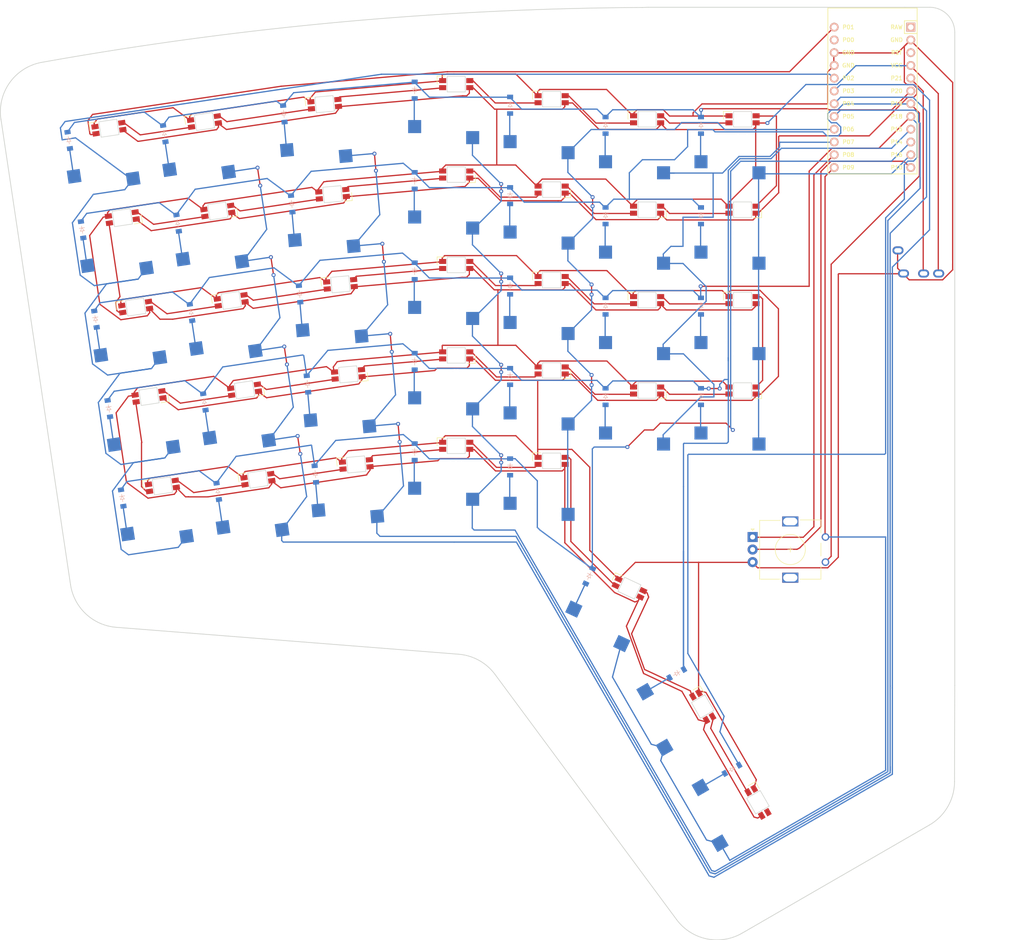
<source format=kicad_pcb>
(kicad_pcb (version 20240108) (generator "pcbnew") (generator_version "8.0")
  (title_block (title "mrkeyboard_left") (rev "v1.0.0") (company "Unknown"))
  (layers (0 "F.Cu" signal) (31 "B.Cu" signal) (34 "B.Paste" user) (35 "F.Paste" user) (36 "B.SilkS" user "B.Silkscreen") (37 "F.SilkS" user "F.Silkscreen") (38 "B.Mask" user) (39 "F.Mask" user) (44 "Edge.Cuts" user))
  (net 0 "")
  (net 1 "P2")
  (net 2 "far_arrows")
  (net 3 "far_bottom")
  (net 4 "far_home")
  (net 5 "far_top")
  (net 6 "far_number")
  (net 7 "P3")
  (net 8 "pinkie_arrows")
  (net 9 "pinkie_bottom")
  (net 10 "pinkie_home")
  (net 11 "pinkie_top")
  (net 12 "pinkie_number")
  (net 13 "P4")
  (net 14 "ring_arrows")
  (net 15 "ring_bottom")
  (net 16 "ring_home")
  (net 17 "ring_top")
  (net 18 "ring_number")
  (net 19 "P5")
  (net 20 "middle_arrows")
  (net 21 "middle_bottom")
  (net 22 "middle_home")
  (net 23 "middle_top")
  (net 24 "middle_number")
  (net 25 "P6")
  (net 26 "index_arrows")
  (net 27 "index_bottom")
  (net 28 "index_home")
  (net 29 "index_top")
  (net 30 "index_number")
  (net 31 "P7")
  (net 32 "indexplus_bottom")
  (net 33 "indexplus_home")
  (net 34 "indexplus_top")
  (net 35 "indexplus_number")
  (net 36 "P16")
  (net 37 "inside_bottom")
  (net 38 "inside_home")
  (net 39 "inside_top")
  (net 40 "inside_number")
  (net 41 "P9")
  (net 42 "tinside_tbottom")
  (net 43 "tcenter_tbottom")
  (net 44 "toutside_tbottom")
  (net 45 "P14")
  (net 46 "P15")
  (net 47 "P18")
  (net 48 "P19")
  (net 49 "P20")
  (net 50 "VCC")
  (net 51 "L2930")
  (net 52 "GND")
  (net 53 "L2229")
  (net 54 "L2322")
  (net 55 "L1516")
  (net 56 "L0815")
  (net 57 "L0908")
  (net 58 "L0102")
  (net 59 "P1")
  (net 60 "L3031")
  (net 61 "L2423")
  (net 62 "L1617")
  (net 63 "L1009")
  (net 64 "L0203")
  (net 65 "L3132")
  (net 66 "L2524")
  (net 67 "L1718")
  (net 68 "L1110")
  (net 69 "L0304")
  (net 70 "L3233")
  (net 71 "L2625")
  (net 72 "L1819")
  (net 73 "L1211")
  (net 74 "L0405")
  (net 75 "L3334")
  (net 76 "L2726")
  (net 77 "L1920")
  (net 78 "L1312")
  (net 79 "L0506")
  (net 80 "L2827")
  (net 81 "L2021")
  (net 82 "L1413")
  (net 83 "L0607")
  (net 84 "L2128")
  (net 85 "L0714")
  (net 86 "L3435")
  (net 87 "L3536")
  (net 88 "RAW")
  (net 89 "RST")
  (net 90 "P21")
  (net 91 "P10")
  (net 92 "P0")
  (net 93 "P8")
  (footprint "PG1350" (layer "F.Cu") (at 58.163584 81.395393 -171.5)
    (property "Reference" "S10" (hide yes))
    (property "Value" "" (hide yes))
  )
  (footprint "PG1350" (layer "F.Cu") (at 63.484725 116.999965 -171.5)
    (property "Reference" "S8" (hide yes))
    (property "Value" "" (hide yes))
  )
  (footprint "PG1350" (layer "F.Cu") (at 66.145292 134.802251 -171.5)
    (property "Reference" "S7" (hide yes))
    (property "Value" "" (hide yes))
  )
  (footprint "ceoloide:led_SK6812mini-e (underglowsingle-side)" (layer "F.Cu") (at 60.129448 94.549305 -171.5)
    (property "Reference" "LED9" (hide yes))
    (property "Value" "")
    (fp_poly (pts (xy -1.799999 -1.55) (xy 1.800001 -1.55) (xy 1.799999 1.55) (xy -1.800001 1.55)) (stroke (width 0.12)) (fill none) (layer "Edge.Cuts"))
  )
  (footprint "PG1350" (layer "F.Cu") (at 145.589565 117 180)
    (property "Reference" "S27" (hide yes))
    (property "Value" "" (hide yes))
  )
  (footprint "ceoloide:led_SK6812mini-e (underglowsingle-side)" (layer "F.Cu") (at 164.589566 76.3)
    (property "Reference" "LED33" (hide yes))
    (property "Value" "")
    (fp_poly (pts (xy -1.8 -1.55) (xy 1.8 -1.55) (xy 1.8 1.55) (xy -1.8 1.55)) (stroke (width 0.12)) (fill none) (layer "Edge.Cuts"))
  )
  (footprint "ceoloide:led_SK6812mini-e (underglowsingle-side)" (layer "F.Cu") (at 107.589566 105.299999)
    (property "Reference" "LED18" (hide yes))
    (property "Value" "")
    (fp_poly (pts (xy -1.8 -1.55) (xy 1.8 -1.55) (xy 1.8 1.55) (xy -1.8 1.55)) (stroke (width 0.12)) (fill none) (layer "Edge.Cuts"))
  )
  (footprint "ceoloide:led_SK6812mini-e (underglowsingle-side)" (layer "F.Cu") (at 126.589567 144.3)
    (property "Reference" "LED21" (hide yes))
    (property "Value" "")
    (fp_poly (pts (xy -1.8 -1.55) (xy 1.8 -1.55) (xy 1.8 1.55) (xy -1.8 1.55)) (stroke (width 0.12)) (fill none) (layer "Edge.Cuts"))
  )
  (footprint "ceoloide:led_SK6812mini-e (underglowsingle-side)" (layer "F.Cu") (at 86.109646 127.078304 -175)
    (property "Reference" "LED12" (hide yes))
    (property "Value" "")
    (fp_poly (pts (xy -1.8 -1.55) (xy 1.8 -1.55) (xy 1.8 1.55) (xy -1.8 1.55)) (stroke (width 0.12)) (fill none) (layer "Edge.Cuts"))
  )
  (footprint "ceoloide:led_SK6812mini-e (underglowsingle-side)" (layer "F.Cu") (at 145.589568 94.300002 180)
    (property "Reference" "LED28" (hide yes))
    (property "Value" "")
    (fp_poly (pts (xy -1.8 -1.55) (xy 1.8 -1.55) (xy 1.8 1.55) (xy -1.8 1.55)) (stroke (width 0.12)) (fill none) (layer "Edge.Cuts"))
  )
  (footprint "ceoloide:led_SK6812mini-e (underglowsingle-side)" (layer "F.Cu") (at 68.111156 147.956163 8.5)
    (property "Reference" "LED6" (hide yes))
    (property "Value" "")
    (fp_poly (pts (xy -1.799999 -1.55) (xy 1.800001 -1.55) (xy 1.799999 1.55) (xy -1.800001 1.55)) (stroke (width 0.12)) (fill none) (layer "Edge.Cuts"))
  )
  (footprint "ceoloide:led_SK6812mini-e (underglowsingle-side)" (layer "F.Cu") (at 126.589567 90.300001 180)
    (property "Reference" "LED24" (hide yes))
    (property "Value" "")
    (fp_poly (pts (xy -1.8 -1.55) (xy 1.8 -1.55) (xy 1.8 1.55) (xy -1.8 1.55)) (stroke (width 0.12)) (fill none) (layer "Edge.Cuts"))
  )
  (footprint "PG1350" (layer "F.Cu") (at 86.51928 131.760421 -175)
    (property "Reference" "S12" (hide yes))
    (property "Value" "" (hide yes))
  )
  (footprint "ceoloide:led_SK6812mini-e (underglowsingle-side)" (layer "F.Cu") (at 107.589567 123.299999 180)
    (property "Reference" "LED17" (hide yes))
    (property "Value" "")
    (fp_poly (pts (xy -1.8 -1.55) (xy 1.8 -1.55) (xy 1.8 1.55) (xy -1.8 1.55)) (stroke (width 0.12)) (fill none) (layer "Edge.Cuts"))
  )
  (footprint "PG1350" (layer "F.Cu") (at 44.471708 118.324819 -171.5)
    (property "Reference" "S3" (hide yes))
    (property "Value" "" (hide yes))
  )
  (footprint "ceoloide:led_SK6812mini-e (underglowsingle-side)" (layer "F.Cu") (at 145.589568 112.299998)
    (property "Reference" "LED27" (hide yes))
    (property "Value" "")
    (fp_poly (pts (xy -1.8 -1.55) (xy 1.8 -1.55) (xy 1.8 1.55) (xy -1.8 1.55)) (stroke (width 0.12)) (fill none) (layer "Edge.Cuts"))
  )
  (footprint "PG1350" (layer "F.Cu") (at 107.589566 128.000002 180)
    (property "Reference" "S17" (hide yes))
    (property "Value" "" (hide yes))
  )
  (footprint "PG1350" (layer "F.Cu") (at 107.589566 110 180)
    (property "Reference" "S18" (hide yes))
    (property "Value" "" (hide yes))
  )
  (footprint "PG1350" (layer "F.Cu") (at 126.589568 95 180)
    (property "Reference" "S24" (hide yes))
    (property "Value" "" (hide yes))
  )
  (footprint "PG1350" (layer "F.Cu") (at 84.950477 113.828916 -175)
    (property "Reference" "S13" (hide yes))
    (property "Value" "" (hide yes))
  )
  (footprint "PG1350" (layer "F.Cu") (at 107.589567 92.000002 180)
    (property "Reference" "S19" (hide yes))
    (property "Value" "" (hide yes))
  )
  (footprint "ceoloide:led_SK6812mini-e (underglowsingle-side)" (layer "F.Cu") (at 164.589567 130.300002 180)
    (property "Reference" "LED30" (hide yes))
    (property "Value" "")
    (fp_poly (pts (xy -1.8 -1.55) (xy 1.8 -1.55) (xy 1.8 1.55) (xy -1.8 1.55)) (stroke (width 0.12)) (fill none) (layer "Edge.Cuts"))
  )
  (footprint "rotary_encoder" (layer "F.Cu") (at 174.217566 162)
    (property "Reference" "ROT1" (hide yes))
    (property "Value" "")
  )
  (footprint "PG1350" (layer "F.Cu") (at 145.589568 81.000002 180)
    (property "Reference" "S29" (hide yes))
    (property "Value" "" (hide yes))
  )
  (footprint "ceoloide:led_SK6812mini-e (underglowsingle-side)" (layer "F.Cu") (at 126.589567 126.299999 180)
    (property "Reference" "LED22" (hide yes))
    (property "Value" "")
    (fp_poly (pts (xy -1.8 -1.55) (xy 1.8 -1.55) (xy 1.8 1.55) (xy -1.8 1.55)) (stroke (width 0.12)) (fill none) (layer "Edge.Cuts"))
  )
  (footprint "PG1350" (layer "F.Cu") (at 145.589565 135 180)
    (property "Reference" "S26" (hide yes))
    (property "Value" "" (hide yes))
  )
  (footprint "PG1350" (layer "F.Cu") (at 152.589566 195.552559 120)
    (property "Reference" "S35" (hide yes))
    (property "Value" "" (hide yes))
  )
  (footprint "PG1350" (layer "F.Cu") (at 60.824153 99.197679 -171.5)
    (property "Reference" "S9" (hide yes))
    (property "Value" "" (hide yes))
  )
  (footprint "ceoloide:led_SK6812mini-e (underglowsingle-side)" (layer "F.Cu") (at 46.437573 131.478733 -171.5)
    (property "Reference" "LED2" (hide yes))
    (property "Value" "")
    (fp_poly (pts (xy -1.799999 -1.55) (xy 1.800001 -1.55) (xy 1.799999 1.55) (xy -1.800001 1.55)) (stroke (width 0.12)) (fill none) (layer "Edge.Cuts"))
  )
  (footprint "PG1350" (layer "F.Cu") (at 81.812867 77.965908 -175)
    (property "Reference" "S15" (hide yes))
    (property "Value" "" (hide yes))
  )
  (footprint "ceoloide:led_SK6812mini-e (underglowsingle-side)" (layer "F.Cu") (at 41.116433 95.87416 -171.5)
    (property "Reference" "LED4" (hide yes))
    (property "Value" "")
    (fp_poly (pts (xy -1.799999 -1.55) (xy 1.800001 -1.55) (xy 1.799999 1.55) (xy -1.800001 1.55)) (stroke (width 0.12)) (fill none) (layer "Edge.Cuts"))
  )
  (footprint "ceoloide:led_SK6812mini-e (underglowsingle-side)" (layer "F.Cu") (at 145.589568 76.299999)
    (property "Reference" "LED29" (hide yes))
    (property "Value" "")
    (fp_poly (pts (xy -1.8 -1.55) (xy 1.8 -1.55) (xy 1.8 1.55) (xy -1.8 1.55)) (stroke (width 0.12)) (fill none) (layer "Edge.Cuts"))
  )
  (footprint "PG1350" (layer "F.Cu") (at 126.589567 77.000001 180)
    (property "Reference" "S25" (hide yes))
    (property "Value" "" (hide yes))
  )
  (footprint "ceoloide:led_SK6812mini-e (underglowsingle-side)" (layer "F.Cu") (at 126.589567 108.299998)
    (property "Reference" "LED23" (hide yes))
    (property "Value" "")
    (fp_poly (pts (xy -1.8 -1.55) (xy 1.8 -1.55) (xy 1.8 1.55) (xy -1.8 1.55)) (stroke (width 0.12)) (fill none) (layer "Edge.Cuts"))
  )
  (footprint "ceoloide:led_SK6812mini-e (underglowsingle-side)" (layer "F.Cu") (at 107.589566 141.3)
    (property "Reference" "LED16" (hide yes))
    (property "Value" "")
    (fp_poly (pts (xy -1.8 -1.55) (xy 1.8 -1.55) (xy 1.8 1.55) (xy -1.8 1.55)) (stroke (width 0.12)) (fill none) (layer "Edge.Cuts"))
  )
  (footprint "ceoloide:led_SK6812mini-e (underglowsingle-side)" (layer "F.Cu") (at 126.589567 72.3)
    (property "Reference" "LED25" (hide yes))
    (property "Value" "")
    (fp_poly (pts (xy -1.8 -1.55) (xy 1.8 -1.55) (xy 1.8 1.55) (xy -1.8 1.55)) (stroke (width 0.12)) (fill none) (layer "Edge.Cuts"))
  )
  (footprint "PG1350" (layer "F.Cu") (at 164.58957 99 180)
    (property "Reference" "S32" (hide yes))
    (property "Value" "" (hide yes))
  )
  (footprint "PG1350" (layer "F.Cu") (at 39.150569 82.720249 -171.5)
    (property "Reference" "S5" (hide yes))
    (property "Value" "" (hide yes))
  )
  (footprint "ProMicro" (layer "F.Cu") (at 190.464568 71.929999 -90)
    (property "Reference" "MCU1" (hide yes))
    (property "Value" "" (hide yes))
  )
  (footprint "ceoloide:led_SK6812mini-e (underglowsingle-side)" (layer "F.Cu") (at 107.589566 87.299999 180)
    (property "Reference" "LED19" (hide yes))
    (property "Value" "")
    (fp_poly (pts (xy -1.8 -1.55) (xy 1.8 -1.55) (xy 1.8 1.55) (xy -1.8 1.55)) (stroke (width 0.12)) (fill none) (layer "Edge.Cuts"))
  )
  (footprint "PG1350" (layer "F.Cu") (at 126.589567 113 180)
    (property "Reference" "S23" (hide yes))
    (property "Value" "" (hide yes))
  )
  (footprint "ceoloide:led_SK6812mini-e (underglowsingle-side)" (layer "F.Cu") (at 49.098144 149.281015 8.5)
    (property "Reference" "LED1" (hide yes))
    (property "Value" "")
    (fp_poly (pts (xy -1.799999 -1.55) (xy 1.800001 -1.55) (xy 1.799999 1.55) (xy -1.800001 1.55)) (stroke (width 0.12)) (fill none) (layer "Edge.Cuts"))
  )
  (footprint "PG1350" (layer "F.Cu") (at 41.81114 100.522534 -171.5)
    (property "Reference" "S4" (hide yes))
    (property "Value" "" (hide yes))
  )
  (footprint "ceoloide:led_SK6812mini-e (underglowsingle-side)" (layer "F.Cu") (at 156.659887 193.202558 -60)
    (property "Reference" "LED35" (hide yes))
    (property "Value" "")
    (fp_poly (pts (xy -1.8 -1.55) (xy 1.8 -1.55) (xy 1.8 1.55) (xy -1.8 1.55)) (stroke (width 0.12)) (fill none) (layer "Edge.Cuts"))
  )
  (footprint "PG1350" (layer "F.Cu") (at 126.589567 149.000001 180)
    (property "Reference" "S21" (hide yes))
    (property "Value" "" (hide yes))
  )
  (footprint "ceoloide:led_SK6812mini-e (underglowsingle-side)" (layer "F.Cu") (at 38.455863 78.071873 8.5)
    (property "Reference" "LED5" (hide yes))
    (property "Value" "")
    (fp_poly (pts (xy -1.799999 -1.55) (xy 1.800001 -1.55) (xy 1.799999 1.55) (xy -1.800001 1.55)) (stroke (width 0.12)) (fill none) (layer "Edge.Cuts"))
  )
  (footprint "TRRS-PJ-320A-dual" (layer "F.Cu") (at 206.839568 107.000001 -90)
    (property "Reference" "TRRS1")
    (property "Value" "TRRS-PJ-320A-dual")
  )
  (footprint "ceoloide:led_SK6812mini-e (underglowsingle-side)" (layer "F.Cu") (at 107.589568 69.3)
    (property "Reference" "LED20" (hide yes))
    (property "Value" "")
    (fp_poly (pts (xy -1.8 -1.55) (xy 1.8 -1.55) (xy 1.8 1.55) (xy -1.8 1.55)) (stroke (width 0.12)) (fill none) (layer "Edge.Cuts"))
  )
  (footprint "PG1350" (layer "F.Cu") (at 47.132279 136.127106 -171.5)
    (property "Reference" "S2" (hide yes))
    (property "Value" "" (hide yes))
  )
  (footprint "PG1350" (layer "F.Cu") (at 49.792847 153.929391 -171.5)
    (property "Reference" "S1" (hide yes))
    (property "Value" "" (hide yes))
  )
  (footprint "ceoloide:led_SK6812mini-e (underglowsingle-side)" (layer "F.Cu") (at 57.468879 76.74702 8.5)
    (property "Reference" "LED10" (hide yes))
    (property "Value" "")
    (fp_poly (pts (xy -1.799999 -1.55) (xy 1.800001 -1.55) (xy 1.799999 1.55) (xy -1.800001 1.55)) (stroke (width 0.12)) (fill none) (layer "Edge.Cuts"))
  )
  (footprint "ceoloide:led_SK6812mini-e (underglowsingle-side)" (layer "F.Cu") (at 62.79002 112.351591 8.5)
    (property "Reference" "LED8" (hide yes))
    (property "Value" "")
    (fp_poly (pts (xy -1.799999 -1.55) (xy 1.800001 -1.55) (xy 1.799999 1.55) (xy -1.800001 1.55)) (stroke (width 0.12)) (fill none) (layer "Edge.Cuts"))
  )
  (footprint "PG1350" (layer "F.Cu") (at 164.589566 116.999999 180)
    (property "Reference" "S31" (hide yes))
    (property "Value" "" (hide yes))
  )
  (footprint "ceoloide:led_SK6812mini-e (underglowsingle-side)" (layer "F.Cu") (at 164.589567 112.3)
    (property "Reference" "LED31" (hide yes))
    (property "Value" "")
    (fp_poly (pts (xy -1.8 -1.55) (xy 1.8 -1.55) (xy 1.8 1.55) (xy -1.8 1.55)) (stroke (width 0.12)) (fill none) (layer "Edge.Cuts"))
  )
  (footprint "ceoloide:led_SK6812mini-e (underglowsingle-side)" (layer "F.Cu") (at 145.589566 130.300002 180)
    (property "Reference" "LED26" (hide yes))
    (property "Value" "")
    (fp_poly (pts (xy -1.8 -1.55) (xy 1.8 -1.55) (xy 1.8 1.55) (xy -1.8 1.55)) (stroke (width 0.12)) (fill none) (layer "Edge.Cuts"))
  )
  (footprint "PG1350" (layer "F.Cu") (at 145.589568 99.000001 180)
    (property "Reference" "S28" (hide yes))
    (property "Value" "" (hide yes))
  )
  (footprint "PG1350" (layer "F.Cu") (at 140.089569 173.901926 155)
    (property "Reference" "S34" (hide yes))
    (property "Value" "" (hide yes))
  )
  (footprint "PG1350" (layer "F.Cu") (at 126.589567 131 180)
    (property "Reference" "S22" (hide yes))
    (property "Value" "" (hide yes))
  )
  (footprint "ceoloide:led_SK6812mini-e (underglowsingle-side)" (layer "F.Cu") (at 84.540844 109.146801 5)
    (property "Reference" "LED13" (hide yes))
    (property "Value" "")
    (fp_poly (pts (xy -1.8 -1.55) (xy 1.8 -1.55) (xy 1.8 1.55) (xy -1.8 1.55)) (stroke (width 0.12)) (fill none) (layer "Edge.Cuts"))
  )
  (footprint "ceoloide:led_SK6812mini-e (underglowsingle-side)" (layer "F.Cu") (at 167.659886 212.255117 -60)
    (property "Reference" "LED36" (hide yes))
    (property "Value" "")
    (fp_poly (pts (xy -1.8 -1.55) (xy 1.8 -1.55) (xy 1.8 1.55) (xy -1.8 1.55)) (stroke (width 0.12)) (fill none) (layer "Edge.Cuts"))
  )
  (footprint "PG1350" (layer "F.Cu") (at 88.088082 149.691927 -175)
    (property "Reference" "S11" (hide yes))
    (property "Value" "" (hide yes))
  )
  (footprint "PG1350" (layer "F.Cu") (at 107.589566 74.000001 180)
    (property "Reference" "S20" (hide yes))
    (property "Value" "" (hide yes))
  )
  (footprint "PG1350" (layer "F.Cu") (at 107.589567 146 180)
    (property "Reference" "S16" (hide yes))
    (property "Value" "" (hide yes))
  )
  (footprint "PG1350" (layer "F.Cu") (at 83.38167 95.897413 -175)
    (property "Reference" "S14" (hide yes))
    (property "Value" "" (hide yes))
  )
  (footprint "ceoloide:led_SK6812mini-e (underglowsingle-side)" (layer "F.Cu") (at 81.403236 73.283792 5)
    (property "Reference" "LED15" (hide yes))
    (property "Value" "")
    (fp_poly (pts (xy -1.8 -1.55) (xy 1.8 -1.55) (xy 1.8 1.55) (xy -1.8 1.55)) (stroke (width 0.12)) (fill none) (layer "Edge.Cuts"))
  )
  (footprint "ceoloide:led_SK6812mini-e (underglowsingle-side)" (layer "F.Cu") (at 164.58957 94.300002 180)
    (property "Reference" "LED32" (hide yes))
    (property "Value" "")
    (fp_poly (pts (xy -1.8 -1.55) (xy 1.8 -1.55) (xy 1.8 1.55) (xy -1.8 1.55)) (stroke (width 0.12)) (fill none) (layer "Edge.Cuts"))
  )
  (footprint "ceoloide:led_SK6812mini-e (underglowsingle-side)" (layer "F.Cu") (at 43.777002 113.676446 8.5)
    (property "Reference" "LED3" (hide yes))
    (property "Value" "")
    (fp_poly (pts (xy -1.799999 -1.55) (xy 1.800001 -1.55) (xy 1.799999 1.55) (xy -1.800001 1.55)) (stroke (width 0.12)) (fill none) (layer "Edge.Cuts"))
  )
  (footprint "ceoloide:led_SK6812mini-e (underglowsingle-side)" (layer "F.Cu") (at 82.972042 91.215296 -175)
    (property "Reference" "LED14" (hide yes))
    (property "Value" "")
    (fp_poly (pts (xy -1.8 -1.55) (xy 1.8 -1.55) (xy 1.8 1.55) (xy -1.8 1.55)) (stroke (width 0.12)) (fill none) (layer "Edge.Cuts"))
  )
  (footprint "PG1350" (layer "F.Cu") (at 68.805862 152.604534 -171.5)
    (property "Reference" "S6" (hide yes))
    (property "Value" "" (hide yes))
  )
  (footprint "ceoloide:led_SK6812mini-e (underglowsingle-side)" (layer "F.Cu") (at 65.450591 130.153877 -171.5)
    (property "Reference" "LED7" (hide yes))
    (property "Value" "")
    (fp_poly (pts (xy -1.799999 -1.55) (xy 1.800001 -1.55) (xy 1.799999 1.55) (xy -1.800001 1.55)) (stroke (width 0.12)) (fill none) (layer "Edge.Cuts"))
  )
  (footprint "ceoloide:led_SK6812mini-e (underglowsingle-side)" (layer "F.Cu") (at 142.075872 169.642278 -25)
    (property "Reference" "LED34" (hide yes))
    (property "Value" "")
    (fp_poly (pts (xy -1.8 -1.55) (xy 1.8 -1.55) (xy 1.8 1.55) (xy -1.8 1.55)) (stroke (width 0.12)) (fill none) (layer "Edge.Cuts"))
  )
  (footprint "ceoloide:led_SK6812mini-e (underglowsingle-side)" (layer "F.Cu") (at 87.67845 145.009812 5)
    (property "Reference" "LED11" (hide yes))
    (property "Value" "")
    (fp_poly (pts (xy -1.8 -1.55) (xy 1.8 -1.55) (xy 1.8 1.55) (xy -1.8 1.55)) (stroke (width 0.12)) (fill none) (layer "Edge.Cuts"))
  )
  (footprint "PG1350" (layer "F.Cu") (at 164.589566 135 180)
    (property "Reference" "S30" (hide yes))
    (property "Value" "" (hide yes))
  )
  (footprint "PG1350" (layer "F.Cu") (at 164.589567 80.999998 180)
    (property "Reference" "S33" (hide yes))
    (property "Value" "" (hide yes))
  )
  (footprint "PG1350" (layer "F.Cu") (at 163.589567 214.605118 120)
    (property "Reference" "S36" (hide yes))
    (property "Value" "" (hide yes))
  )
  (footprint "ComboDiode" (layer "B.Cu") (at 137.319567 77.499999 -90)
    (property "Reference" "D29" (hide yes))
    (property "Value" "" (hide yes))
  )
  (footprint "ComboDiode" (layer "B.Cu") (at 54.788229 114.760794 -81.5)
    (property "Reference" "D8" (hide yes))
    (property "Value" "" (hide yes))
  )
  (footprint "ComboDiode" (layer "B.Cu") (at 77.975702 128.994519 -85)
    (property "Reference" "D12" (hide yes))
    (property "Value" "" (hide yes))
  )
  (footprint "ComboDiode" (layer "B.Cu") (at 137.319568 113.500001 -90)
    (property "Reference" "D27" (hide yes))
    (property "Value" "" (hide yes))
  )
  (footprint "ComboDiode" (layer "B.Cu") (at 118.319567 73.500001 -90)
    (property "Reference" "D25" (hide yes))
    (property "Value" "" (hide yes))
  )
  (footprint "ComboDiode" (layer "B.Cu") (at 99.319569 142.500001 -90)
    (property "Reference" "D16" (hide yes))
    (property "Value" "" (hide yes))
  )
  (footprint "ComboDiode" (layer "B.Cu") (at 41.096352 151.69022 -81.5)
    (property "Reference" "D1" (hide yes))
    (property "Value" "" (hide yes))
  )
  (footprint "ComboDiode" (layer "B.Cu") (at 137.319564 131.500001 -90)
    (property "Reference" "D26" (hide yes))
    (property "Value" "" (hide yes))
  )
  (footprint "ComboDiode" (layer "B.Cu") (at 30.454073 80.481079 -81.5)
    (property "Reference" "D5" (hide yes))
    (property "Value" "" (hide yes))
  )
  (footprint "ComboDiode" (layer "B.Cu") (at 162.485655 205.693086 -150)
    (property "Reference" "D36" (hide yes))
    (property "Value" "" (hide yes))
  )
  (footprint "ComboDiode" (layer "B.Cu") (at 156.319569 131.5 -90)
    (property "Reference" "D30" (hide yes))
    (property "Value" "" (hide yes))
  )
  (footprint "ComboDiode" (layer "B.Cu") (at 156.319569 77.5 -90)
    (property "Reference" "D33" (hide yes))
    (property "Value" "" (hide yes))
  )
  (footprint "ComboDiode" (layer "B.Cu") (at 118.319569 109.499999 -90)
    (property "Reference" "D23" (hide yes))
    (property "Value" "" (hide yes))
  )
  (footprint "ComboDiode" (layer "B.Cu") (at 52.12766 96.958508 -81.5)
    (property "Reference" "D9" (hide yes))
    (property "Value" "" (hide yes))
  )
  (footprint "ComboDiode" (layer "B.Cu") (at 156.319568 95.499999 -90)
    (property "Reference" "D32" (hide yes))
    (property "Value" "" (hide yes))
  )
  (footprint "ComboDiode" (layer "B.Cu") (at 49.467091 79.156223 -81.5)
    (property "Reference" "D10" (hide yes))
    (property "Value" "" (hide yes))
  )
  (footprint "ComboDiode" (layer "B.Cu") (at 151.485656 186.640528 -150)
    (property "Reference" "D35" (hide yes))
    (property "Value" "" (hide yes))
  )
  (footprint "ComboDiode" (layer "B.Cu") (at 38.435784 133.887934 -81.5)
    (property "Reference" "D2" (hide yes))
    (property "Value" "" (hide yes))
  )
  (footprint "ComboDiode" (layer "B.Cu") (at 118.319568 127.500001 -90)
    (property "Reference" "D22" (hide yes))
    (property "Value" "" (hide yes))
  )
  (footprint "ComboDiode" (layer "B.Cu") (at 60.109369 150.365365 -81.5)
    (property "Reference" "D6" (hide yes))
    (property "Value" "" (hide yes))
  )
  (footprint "ComboDiode" (layer "B.Cu") (at 79.544506 146.926022 -85)
    (property "Reference" "D11" (hide yes))
    (property "Value" "" (hide yes))
  )
  (footprint "ComboDiode" (layer "B.Cu") (at 33.114644 98.283363 -81.5)
    (property "Reference" "D4" (hide yes))
    (property "Value" "" (hide yes))
  )
  (footprint "ComboDiode" (layer "B.Cu") (at 137.319565 95.500001 -90)
    (property "Reference" "D28" (hide yes))
    (property "Value" "" (hide yes))
  )
  (footprint "ComboDiode" (layer "B.Cu") (at 99.319567 124.499998 -90)
    (property "Reference" "D17" (hide yes))
    (property "Value" "" (hide yes))
  )
  (footprint "ComboDiode" (layer "B.Cu") (at 118.319567 145.5 -90)
    (property "Reference" "D21" (hide yes))
    (property "Value" "" (hide yes))
  )
  (footprint "ComboDiode" (layer "B.Cu") (at 134.073565 167.234791 -115)
    (property "Reference" "D34" (hide yes))
    (property "Value" "" (hide yes))
  )
  (footprint "ComboDiode" (layer "B.Cu") (at 35.775216 116.085648 -81.5)
    (property "Reference" "D3" (hide yes))
    (property "Value" "" (hide yes))
  )
  (footprint "ComboDiode" (layer "B.Cu") (at 99.319569 106.5 -90)
    (property "Reference" "D18" (hide yes))
    (property "Value" "" (hide yes))
  )
  (footprint "ComboDiode" (layer "B.Cu") (at 156.31957 113.499999 -90)
    (property "Reference" "D31" (hide yes))
    (property "Value" "" (hide yes))
  )
  (footprint "ComboDiode" (layer "B.Cu") (at 74.838099 93.131508 -85)
    (property "Reference" "D14" (hide yes))
    (property "Value" "" (hide yes))
  )
  (footprint "ComboDiode" (layer "B.Cu") (at 76.406899 111.063011 -85)
    (property "Reference" "D13" (hide yes))
    (property "Value" "" (hide yes))
  )
  (footprint "ComboDiode" (layer "B.Cu") (at 99.319567 70.5 -90)
    (property "Reference" "D20" (hide yes))
    (property "Value" "" (hide yes))
  )
  (footprint "ComboDiode" (layer "B.Cu") (at 99.319569 88.500001 -90)
    (property "Reference" "D19" (hide yes))
    (property "Value" "" (hide yes))
  )
  (footprint "ComboDiode" (layer "B.Cu") (at 57.448798 132.563078 -81.5)
    (property "Reference" "D7" (hide yes))
    (property "Value" "" (hide yes))
  )
  (footprint "ComboDiode" (layer "B.Cu") (at 118.319566 91.499999 -90)
    (property "Reference" "D24" (hide yes))
    (property "Value" "" (hide yes))
  )
  (footprint "ComboDiode" (layer "B.Cu") (at 73.269294 75.200007 -85)
    (property "Reference" "D15" (hide yes))
    (property "Value" "" (hide yes))
  )
  (gr_line (start 39.910182 177.437264) (end 108.063281 182.796009) (stroke (width 0.15)) (layer "Edge.Cuts"))
  (gr_arc (start 108.063281 182.796009) (mid 112.125581 184.017969) (end 115.315791 186.814042) (stroke (width 0.15)) (layer "Edge.Cuts"))
  (gr_line (start 16.956592 76.291737) (end 30.803882 168.946127) (stroke (width 0.15)) (layer "Edge.Cuts"))
  (gr_line (start 145.8 54) (end 196.839568 54.000002) (stroke (width 0.15)) (layer "Edge.Cuts"))
  (gr_arc (start 25.22563 64.9384) (mid 84.698525 56.927574) (end 144.639 54.040026) (stroke (width 0.15)) (layer "Edge.Cuts"))
  (gr_arc (start 39.910182 177.437264) (mid 33.874326 174.78182) (end 30.803882 168.946127) (stroke (width 0.15)) (layer "Edge.Cuts"))
  (gr_arc (start 206.839568 188.988467) (mid 206.839561 189.000014) (end 206.839538 189.01156) (stroke (width 0.15)) (layer "Edge.Cuts"))
  (gr_line (start 164.495758 238.330642) (end 201.795352 216.795709) (stroke (width 0.15)) (layer "Edge.Cuts"))
  (gr_line (start 206.795326 208.158549) (end 206.839538 189.01156) (stroke (width 0.15)) (layer "Edge.Cuts"))
  (gr_arc (start 196.839568 54.000002) (mid 196.840275 54.000002) (end 196.840982 54) (stroke (width 0.15)) (layer "Edge.Cuts"))
  (gr_line (start 145.37932 54.008853) (end 144.639 54.040026) (stroke (width 0.15)) (layer "Edge.Cuts"))
  (gr_arc (start 164.495758 238.330642) (mid 157.461147 239.461221) (end 151.459386 235.621586) (stroke (width 0.15)) (layer "Edge.Cuts"))
  (gr_arc (start 206.795326 208.158549) (mid 205.449827 213.145452) (end 201.795352 216.795709) (stroke (width 0.15)) (layer "Edge.Cuts"))
  (gr_arc (start 16.949255 76.292832) (mid 18.759699 68.918897) (end 25.22563 64.9384) (stroke (width 0.15)) (layer "Edge.Cuts"))
  (gr_line (start 201.839566 54) (end 196.840982 54) (stroke (width 0.15)) (layer "Edge.Cuts"))
  (gr_line (start 206.839568 188.988467) (end 206.839565 59) (stroke (width 0.15)) (layer "Edge.Cuts"))
  (gr_arc (start 201.839566 54) (mid 205.3751 55.464466) (end 206.839565 59) (stroke (width 0.15)) (layer "Edge.Cuts"))
  (gr_line (start 115.315791 186.814042) (end 151.459386 235.621586) (stroke (width 0.15)) (layer "Edge.Cuts"))
  (gr_arc (start 145.379321 54.008856) (mid 145.589614 54.002217) (end 145.8 54) (stroke (width 0.15)) (layer "Edge.Cuts"))
  (segment (start 181.920511 67.326548) (end 92.703495 67.326555) (width 0.25) (layer "B.Cu") (net 1))
  (segment (start 52.251209 161.517133) (end 42.338296 162.998615) (width 0.25) (layer "B.Cu") (net 1))
  (segment (start 28.788881 78.002452) (end 29.145683 80.389913) (width 0.25) (layer "B.Cu") (net 1))
  (segment (start 35.192688 125.00517) (end 33.679355 114.879251) (width 0.25) (layer "B.Cu") (net 1))
  (segment (start 42.338296 162.998615) (end 40.891107 161.927781) (width 0.25) (layer "B.Cu") (net 1))
  (segment (start 92.703495 67.326555) (end 92.701584 67.32911) (width 0.25) (layer "B.Cu") (net 1))
  (segment (start 29.721946 76.7415) (end 28.788881 78.002452) (width 0.25) (layer "B.Cu") (net 1))
  (segment (start 43.33447 144.649853) (end 49.590611 143.714849) (width 0.25) (layer "B.Cu") (net 1))
  (segment (start 46.930061 125.912537) (end 38.185165 127.219478) (width 0.25) (layer "B.Cu") (net 1))
  (segment (start 41.608934 90.307967) (end 35.352774 91.242975) (width 0.25) (layer "B.Cu") (net 1))
  (segment (start 38.185165 127.219478) (end 35.192688 125.00517) (width 0.25) (layer "B.Cu") (net 1))
  (segment (start 31.797603 79.993572) (end 42.907038 88.214131) (width 0.25) (layer "B.Cu") (net 1))
  (segment (start 37.994174 109.048128) (end 44.269498 108.110276) (width 0.25) (layer "B.Cu") (net 1))
  (segment (start 32.73202 107.3341) (end 35.543404 109.414394) (width 0.25) (layer "B.Cu") (net 1))
  (segment (start 36.339928 132.681484) (end 40.654711 126.850403) (width 0.25) (layer "B.Cu") (net 1))
  (segment (start 35.352774 91.242975) (end 31.171669 96.893444) (width 0.25) (layer "B.Cu") (net 1))
  (segment (start 42.907038 88.214131) (end 43.18953 88.171914) (width 0.25) (layer "B.Cu") (net 1))
  (segment (start 40.891107 161.927781) (end 39.153376 150.300271) (width 0.25) (layer "B.Cu") (net 1))
  (segment (start 40.654711 126.850403) (end 46.930061 125.912537) (width 0.25) (layer "B.Cu") (net 1))
  (segment (start 53.831827 159.381042) (end 52.251209 161.517133) (width 0.25) (layer "B.Cu") (net 1))
  (segment (start 39.153376 150.300271) (end 43.33447 144.649853) (width 0.25) (layer "B.Cu") (net 1))
  (segment (start 182.765049 68.171088) (end 181.920511 67.326548) (width 0.25) (layer "B.Cu") (net 1))
  (segment (start 37.853271 142.807497) (end 36.339928 132.681484) (width 0.25) (layer "B.Cu") (net 1))
  (segment (start 46.930061 125.912537) (end 48.510675 123.776461) (width 0.25) (layer "B.Cu") (net 1))
  (segment (start 31.171669 96.893444) (end 32.73202 107.3341) (width 0.25) (layer "B.Cu") (net 1))
  (segment (start 33.679355 114.879251) (end 37.994174 109.048128) (width 0.25) (layer "B.Cu") (net 1))
  (segment (start 43.18953 88.171914) (end 41.608934 90.307967) (width 0.25) (layer "B.Cu") (net 1))
  (segment (start 40.84571 145.021781) (end 37.853271 142.807497) (width 0.25) (layer "B.Cu") (net 1))
  (segment (start 29.145683 80.389913) (end 31.797603 79.993572) (width 0.25) (layer "B.Cu") (net 1))
  (segment (start 49.590611 143.714849) (end 40.84571 145.021781) (width 0.25) (layer "B.Cu") (net 1))
  (segment (start 92.701584 67.32911) (end 29.721946 76.7415) (width 0.25) (layer "B.Cu") (net 1))
  (segment (start 49.590611 143.714849) (end 51.17122 141.578763) (width 0.25) (layer "B.Cu") (net 1))
  (segment (start 45.850105 105.974178) (end 44.269498 108.110276) (width 0.25) (layer "B.Cu") (net 1))
  (segment (start 35.543404 109.414394) (end 44.269498 108.110276) (width 0.25) (layer "B.Cu") (net 1))
  (segment (start 41.260696 153.373156) (end 42.087685 158.906774) (width 0.25) (layer "B.Cu") (net 2))
  (segment (start 42.087685 158.906774) (end 42.083513 158.912435) (width 0.25) (layer "B.Cu") (net 2))
  (segment (start 39.427112 141.104441) (end 39.422922 141.110144) (width 0.25) (layer "B.Cu") (net 3))
  (segment (start 38.600129 135.570885) (end 39.427112 141.104441) (width 0.25) (layer "B.Cu") (net 3))
  (segment (start 35.939562 117.768622) (end 36.766555 123.302159) (width 0.25) (layer "B.Cu") (net 4))
  (segment (start 36.766555 123.302159) (end 36.762366 123.307826) (width 0.25) (layer "B.Cu") (net 4))
  (segment (start 33.274786 99.972024) (end 33.278988 99.966344) (width 0.25) (layer "B.Cu") (net 5))
  (segment (start 34.101797 105.505585) (end 33.274786 99.972024) (width 0.25) (layer "B.Cu") (net 5))
  (segment (start 30.614235 82.169673) (end 30.61839 82.164029) (width 0.25) (layer "B.Cu") (net 6))
  (segment (start 31.441238 87.703244) (end 30.614235 82.169673) (width 0.25) (layer "B.Cu") (net 6))
  (segment (start 68.033764 85.941334) (end 68.565876 89.501789) (width 0.25) (layer "F.Cu") (net 7))
  (segment (start 70.694332 103.743617) (end 71.226447 107.304075) (width 0.25) (layer "F.Cu") (net 7))
  (segment (start 76.015472 139.34819) (end 76.547584 142.908648) (width 0.25) (layer "F.Cu") (net 7))
  (segment (start 73.3549 121.545905) (end 73.887016 125.106363) (width 0.25) (layer "F.Cu") (net 7))
  (via (at 76.547584 142.908648) (size 0.8) (drill 0.4) (layers "F.Cu" "B.Cu") (net 7))
  (via (at 68.033764 85.941334) (size 0.8) (drill 0.4) (layers "F.Cu" "B.Cu") (net 7))
  (via (at 70.694332 103.743617) (size 0.8) (drill 0.4) (layers "F.Cu" "B.Cu") (net 7))
  (via (at 73.887016 125.106363) (size 0.8) (drill 0.4) (layers "F.Cu" "B.Cu") (net 7))
  (via (at 68.565876 89.501789) (size 0.8) (drill 0.4) (layers "F.Cu" "B.Cu") (net 7))
  (via (at 76.015472 139.34819) (size 0.8) (drill 0.4) (layers "F.Cu" "B.Cu") (net 7))
  (via (at 71.226447 107.304075) (size 0.8) (drill 0.4) (layers "F.Cu" "B.Cu") (net 7))
  (via (at 73.3549 121.545905) (size 0.8) (drill 0.4) (layers "F.Cu" "B.Cu") (net 7))
  (segment (start 158.90637 227.191751) (end 157.938305 226.932359) (width 0.25) (layer "B.Cu") (net 7))
  (segment (start 201.822872 72.4832) (end 198.738297 69.39862) (width 0.25) (layer "B.Cu") (net 7))
  (segment (start 70.263784 140.20282) (end 76.009892 139.344058) (width 0.25) (layer "B.Cu") (net 7))
  (segment (start 72.497609 115.809612) (end 67.622741 122.397615) (width 0.25) (layer "B.Cu") (net 7))
  (segment (start 73.887016 125.106363) (end 75.158178 133.611896) (width 0.25) (layer "B.Cu") (net 7))
  (segment (start 77.818749 151.414183) (end 72.943881 158.002186) (width 0.25) (layer "B.Cu") (net 7))
  (segment (start 67.603216 122.400533) (end 73.349321 121.541774) (width 0.25) (layer "B.Cu") (net 7))
  (segment (start 72.943881 158.002186) (end 72.924353 158.005104) (width 0.25) (layer "B.Cu") (net 7))
  (segment (start 69.866601 98.205129) (end 65.159976 104.56577) (width 0.25) (layer "B.Cu") (net 7))
  (segment (start 72.844819 158.056203) (end 72.844815 160.160145) (width 0.25) (layer "B.Cu") (net 7))
  (segment (start 194.42313 105.713791) (end 201.822875 98.314041) (width 0.25) (layer "B.Cu") (net 7))
  (segment (start 62.282075 86.795962) (end 68.028179 85.937202) (width 0.25) (layer "B.Cu") (net 7))
  (segment (start 64.942647 104.598248) (end 70.688751 103.739488) (width 0.25) (layer "B.Cu") (net 7))
  (segment (start 134.939527 187.097271) (end 119.56377 160.465694) (width 0.25) (layer "B.Cu") (net 7))
  (segment (start 68.565876 89.501789) (end 69.866601 98.205129) (width 0.25) (layer "B.Cu") (net 7))
  (segment (start 107.169751 160.465706) (end 119.56377 160.465694) (width 0.25) (layer "B.Cu") (net 7))
  (segment (start 194.423123 206.648609) (end 194.423134 189.492898) (width 0.25) (layer "B.Cu") (net 7))
  (segment (start 75.158178 133.611896) (end 70.28331 140.199903) (width 0.25) (layer "B.Cu") (net 7))
  (segment (start 194.423134 189.492898) (end 194.42313 105.713791) (width 0.25) (layer "B.Cu") (net 7))
  (segment (start 194.411223 206.693016) (end 158.906372 227.191752) (width 0.25) (layer "B.Cu") (net 7))
  (segment (start 184.077509 69.39862) (end 182.76505 70.711079) (width 0.25) (layer "B.Cu") (net 7))
  (segment (start 158.906372 227.191752) (end 158.90637 227.191751) (width 0.25) (layer "B.Cu") (net 7))
  (segment (start 76.009892 139.344058) (end 76.015472 139.34819) (width 0.25) (layer "B.Cu") (net 7))
  (segment (start 70.28331 140.199903) (end 70.263784 140.20282) (width 0.25) (layer "B.Cu") (net 7))
  (segment (start 67.622741 122.397615) (end 67.603216 122.400533) (width 0.25) (layer "B.Cu") (net 7))
  (segment (start 194.423123 206.648609) (end 194.411223 206.693016) (width 0.25) (layer "B.Cu") (net 7))
  (segment (start 73.349321 121.541774) (end 73.3549 121.545905) (width 0.25) (layer "B.Cu") (net 7))
  (segment (start 71.226447 107.304075) (end 72.497609 115.809612) (width 0.25) (layer "B.Cu") (net 7))
  (segment (start 201.822875 98.314041) (end 201.822872 72.4832) (width 0.25) (layer "B.Cu") (net 7))
  (segment (start 65.159976 104.56577) (end 64.942647 104.598248) (width 0.25) (layer "B.Cu") (net 7))
  (segment (start 72.844815 160.160145) (end 73.15706 160.472383) (width 0.25) (layer "B.Cu") (net 7))
  (segment (start 73.15706 160.472383) (end 73.163777 160.465701) (width 0.25) (layer "B.Cu") (net 7))
  (segment (start 68.028179 85.937202) (end 68.033764 85.941334) (width 0.25) (layer "B.Cu") (net 7))
  (segment (start 70.688751 103.739488) (end 70.694332 103.743617) (width 0.25) (layer "B.Cu") (net 7))
  (segment (start 76.547584 142.908648) (end 77.818749 151.414183) (width 0.25) (layer "B.Cu") (net 7))
  (segment (start 157.938305 226.932359) (end 134.939531 187.097269) (width 0.25) (layer "B.Cu") (net 7))
  (segment (start 73.163777 160.465701) (end 107.169751 160.465706) (width 0.25) (layer "B.Cu") (net 7))
  (segment (start 198.738297 69.39862) (end 184.077509 69.39862) (width 0.25) (layer "B.Cu") (net 7))
  (segment (start 61.096498 157.587573) (end 60.269479 152.054) (width 0.25) (layer "B.Cu") (net 8))
  (segment (start 60.269479 152.054) (end 60.273722 152.048276) (width 0.25) (layer "B.Cu") (net 8))
  (segment (start 57.608948 134.251734) (end 57.613144 134.246044) (width 0.25) (layer "B.Cu") (net 9))
  (segment (start 58.435926 139.785307) (end 57.608948 134.251734) (width 0.25) (layer "B.Cu") (net 9))
  (segment (start 54.948374 116.449458) (end 54.952575 116.443778) (width 0.25) (layer "B.Cu") (net 10))
  (segment (start 55.77538 121.982989) (end 54.948374 116.449458) (width 0.25) (layer "B.Cu") (net 10))
  (segment (start 53.114783 104.180728) (end 52.287773 98.647143) (width 0.25) (layer "B.Cu") (net 11))
  (segment (start 52.287773 98.647143) (end 52.291984 98.641463) (width 0.25) (layer "B.Cu") (net 11))
  (segment (start 49.631421 80.839189) (end 50.458414 86.372744) (width 0.25) (layer "B.Cu") (net 12))
  (segment (start 50.458414 86.372744) (end 50.454216 86.378409) (width 0.25) (layer "B.Cu") (net 12))
  (segment (start 91.309789 83.146637) (end 91.309792 83.146637) (width 0.25) (layer "F.Cu") (net 13))
  (segment (start 92.878594 101.078143) (end 93.192354 104.664444) (width 0.25) (layer "F.Cu") (net 13))
  (segment (start 91.309792 83.146637) (end 91.606122 86.533698) (width 0.25) (layer "F.Cu") (net 13))
  (segment (start 91.606122 86.533698) (end 91.606118 86.5337) (width 0.25) (layer "F.Cu") (net 13))
  (segment (start 94.447399 119.009646) (end 94.761156 122.595948) (width 0.25) (layer "F.Cu") (net 13))
  (segment (start 96.0162 136.941152) (end 96.329961 140.527454) (width 0.25) (layer "F.Cu") (net 13))
  (via (at 96.0162 136.941152) (size 0.8) (drill 0.4) (layers "F.Cu" "B.Cu") (net 13))
  (via (at 93.192354 104.664444) (size 0.8) (drill 0.4) (layers "F.Cu" "B.Cu") (net 13))
  (via (at 94.447399 119.009646) (size 0.8) (drill 0.4) (layers "F.Cu" "B.Cu") (net 13))
  (via (at 92.878594 101.078143) (size 0.8) (drill 0.4) (layers "F.Cu" "B.Cu") (net 13))
  (via (at 91.309789 83.146637) (size 0.8) (drill 0.4) (layers "F.Cu" "B.Cu") (net 13))
  (via (at 96.329961 140.527454) (size 0.8) (drill 0.4) (layers "F.Cu" "B.Cu") (net 13))
  (via (at 91.606118 86.5337) (size 0.8) (drill 0.4) (layers "F.Cu" "B.Cu") (net 13))
  (via (at 94.761156 122.595948) (size 0.8) (drill 0.4) (layers "F.Cu" "B.Cu") (net 13))
  (segment (start 158.133164 226.25251) (end 159.157682 226.527042) (width 0.25) (layer "B.Cu") (net 13))
  (segment (start 97.096936 149.293964) (end 92.04152 155.318772) (width 0.25) (layer "B.Cu") (net 13))
  (segment (start 201.222877 74.632595) (end 198.50265 71.912383) (width 0.25) (layer "B.Cu") (net 13))
  (segment (start 119.49692 159.332551) (end 119.570104 159.459339) (width 0.25) (layer "B.Cu") (net 13))
  (segment (start 85.593981 83.607832) (end 91.267837 83.111433) (width 0.25) (layer "B.Cu") (net 13))
  (segment (start 94.405443 118.974443) (end 94.447399 119.009646) (width 0.25) (layer "B.Cu") (net 13))
  (segment (start 90.298038 137.375426) (end 90.300394 137.402344) (width 0.25) (layer "B.Cu") (net 13))
  (segment (start 87.162784 101.539336) (end 92.836639 101.042939) (width 0.25) (layer "B.Cu") (net 13))
  (segment (start 201.222878 91.7526) (end 201.222877 74.632595) (width 0.25) (layer "B.Cu") (net 13))
  (segment (start 87.160428 101.512421) (end 87.162784 101.539336) (width 0.25) (layer "B.Cu") (net 13))
  (segment (start 90.300394 137.402344) (end 95.974247 136.905948) (width 0.25) (layer "B.Cu") (net 13))
  (segment (start 91.789639 155.384941) (end 91.78963 158.704961) (width 0.25) (layer "B.Cu") (net 13))
  (segment (start 93.941896 113.231717) (end 88.729233 119.443924) (width 0.25) (layer "B.Cu") (net 13))
  (segment (start 91.78963 158.704961) (end 92.417227 159.332555) (width 0.25) (layer "B.Cu") (net 13))
  (segment (start 151.733166 215.167389) (end 119.570104 159.459339) (width 0.25) (layer "B.Cu") (net 13))
  (segment (start 88.731588 119.470841) (end 94.405443 118.974443) (width 0.25) (layer "B.Cu") (net 13))
  (segment (start 96.329961 140.527454) (end 97.096936 149.293964) (width 0.25) (layer "B.Cu") (net 13))
  (segment (start 91.606118 86.5337) (end 92.373093 95.300214) (width 0.25) (layer "B.Cu") (net 13))
  (segment (start 88.729233 119.443924) (end 88.731588 119.470841) (width 0.25) (layer "B.Cu") (net 13))
  (segment (start 184.103718 71.912361) (end 182.765038 73.25105) (width 0.25) (layer "B.Cu") (net 13))
  (segment (start 92.04152 155.318772) (end 91.869197 155.333851) (width 0.25) (layer "B.Cu") (net 13))
  (segment (start 92.417227 159.332555) (end 119.49692 159.332551) (width 0.25) (layer "B.Cu") (net 13))
  (segment (start 95.510697 131.163223) (end 90.298038 137.375426) (width 0.25) (layer "B.Cu") (net 13))
  (segment (start 95.974247 136.905948) (end 96.0162 136.941152) (width 0.25) (layer "B.Cu") (net 13))
  (segment (start 198.50265 71.912383) (end 184.103718 71.912361) (width 0.25) (layer "B.Cu") (net 13))
  (segment (start 92.373093 95.300214) (end 87.160428 101.512421) (width 0.25) (layer "B.Cu") (net 13))
  (segment (start 92.836639 101.042939) (end 92.878594 101.078143) (width 0.25) (layer "B.Cu") (net 13))
  (segment (start 94.761156 122.595948) (end 95.510697 131.163223) (width 0.25) (layer "B.Cu") (net 13))
  (segment (start 91.267837 83.111433) (end 91.309789 83.146637) (width 0.25) (layer "B.Cu") (net 13))
  (segment (start 193.973118 189.15262) (end 193.973114 99.002349) (width 0.25) (layer "B.Cu") (net 13))
  (segment (start 159.157682 226.527042) (end 193.973118 206.426322) (width 0.25) (layer "B.Cu") (net 13))
  (segment (start 193.973118 206.426322) (end 193.973121 205.164657) (width 0.25) (layer "B.Cu") (net 13))
  (segment (start 193.973114 99.002349) (end 201.222878 91.7526) (width 0.25) (layer "B.Cu") (net 13))
  (segment (start 151.733166 215.167389) (end 158.133164 226.25251) (width 0.25) (layer "B.Cu") (net 13))
  (segment (start 193.973118 189.15262) (end 193.973143 205.947813) (width 0.25) (layer "B.Cu") (net 13))
  (segment (start 93.192354 104.664444) (end 93.941896 113.231717) (width 0.25) (layer "B.Cu") (net 13))
  (segment (start 80.091855 154.199992) (end 79.604234 148.626263) (width 0.25) (layer "B.Cu") (net 14))
  (segment (start 79.604234 148.626263) (end 79.608788 148.620837) (width 0.25) (layer "B.Cu") (net 14))
  (segment (start 78.523082 136.26846) (end 78.035433 130.694719) (width 0.25) (layer "B.Cu") (net 15))
  (segment (start 78.035433 130.694719) (end 78.039937 130.689358) (width 0.25) (layer "B.Cu") (net 15))
  (segment (start 76.466606 112.763249) (end 76.471169 112.757849) (width 0.25) (layer "B.Cu") (net 16))
  (segment (start 76.954262 118.336923) (end 76.466606 112.763249) (width 0.25) (layer "B.Cu") (net 16))
  (segment (start 74.897862 94.831699) (end 74.902343 94.826313) (width 0.25) (layer "B.Cu") (net 17))
  (segment (start 75.385498 100.405452) (end 74.897862 94.831699) (width 0.25) (layer "B.Cu") (net 17))
  (segment (start 73.816649 82.473925) (end 73.328987 76.900265) (width 0.25) (layer "B.Cu") (net 18))
  (segment (start 73.328987 76.900265) (end 73.333576 76.89485) (width 0.25) (layer "B.Cu") (net 18))
  (segment (start 116.538299 89.176088) (end 116.538301 90.626084) (width 0.25) (layer "F.Cu") (net 19))
  (segment (start 116.538296 143.176109) (end 116.538303 144.626115) (width 0.25) (layer "F.Cu") (net 19))
  (segment (start 116.538299 106.998617) (end 116.5383 108.626057) (width 0.25) (layer "F.Cu") (net 19))
  (segment (start 116.538295 125.176104) (end 116.538296 126.626099) (width 0.25) (layer "F.Cu") (net 19))
  (via (at 116.538301 90.626084) (size 0.8) (drill 0.4) (layers "F.Cu" "B.Cu") (net 19))
  (via (at 116.538296 143.176109) (size 0.8) (drill 0.4) (layers "F.Cu" "B.Cu") (net 19))
  (via (at 116.538299 89.176088) (size 0.8) (drill 0.4) (layers "F.Cu" "B.Cu") (net 19))
  (via (at 116.538296 126.626099) (size 0.8) (drill 0.4) (layers "F.Cu" "B.Cu") (net 19))
  (via (at 116.538295 125.176104) (size 0.8) (drill 0.4) (layers "F.Cu" "B.Cu") (net 19))
  (via (at 116.538303 144.626115) (size 0.8) (drill 0.4) (layers "F.Cu" "B.Cu") (net 19))
  (via (at 116.5383 108.626057) (size 0.8) (drill 0.4) (layers "F.Cu" "B.Cu") (net 19))
  (via (at 116.538299 106.998617) (size 0.8) (drill 0.4) (layers "F.Cu" "B.Cu") (net 19))
  (segment (start 193.521726 206.167305) (end 192.924174 206.512316) (width 0.25) (layer "B.Cu") (net 19))
  (segment (start 184.07375 74.482363) (end 198.952603 74.482366) (width 0.25) (layer "B.Cu") (net 19))
  (segment (start 116.538299 146.398625) (end 110.969874 151.967033) (width 0.25) (layer "B.Cu") (net 19))
  (segment (start 159.09412 226.044123) (end 158.429659 225.866088) (width 0.25) (layer "B.Cu") (net 19))
  (segment (start 110.785018 157.700365) (end 111.157064 158.072395) (width 0.25) (layer "B.Cu") (net 19))
  (segment (start 110.821 137.458815) (end 116.538296 143.176109) (width 0.25) (layer "B.Cu") (net 19))
  (segment (start 110.820999 101.281325) (end 116.538299 106.998617) (width 0.25) (layer "B.Cu") (net 19))
  (segment (start 116.538296 126.626099) (end 116.538292 128.198622) (width 0.25) (layer "B.Cu") (net 19))
  (segment (start 110.969882 115.967036) (end 110.820999 115.967031) (width 0.25) (layer "B.Cu") (net 19))
  (segment (start 199.938297 77.087937) (end 199.938296 90.037206) (width 0.25) (layer "B.Cu") (net 19))
  (segment (start 116.538301 90.626084) (end 116.538295 92.598616) (width 0.25) (layer "B.Cu") (net 19))
  (segment (start 116.5383 108.626057) (end 116.538292 110.398615) (width 0.25) (layer "B.Cu") (net 19))
  (segment (start 116.538303 144.626115) (end 116.538299 146.398625) (width 0.25) (layer "B.Cu") (net 19))
  (segment (start 199.62288 90.352615) (end 193.62288 96.35261) (width 0.25) (layer "B.Cu") (net 19))
  (segment (start 110.821004 79.967031) (end 110.821005 83.458793) (width 0.25) (layer "B.Cu") (net 19))
  (segment (start 193.523133 206.162144) (end 193.521726 206.167305) (width 0.25) (layer "B.Cu") (net 19))
  (segment (start 111.169886 97.967039) (end 110.821001 97.967036) (width 0.25) (layer "B.Cu") (net 19))
  (segment (start 158.429659 225.866088) (end 148.12288 208.014182) (width 0.25) (layer "B.Cu") (net 19))
  (segment (start 110.820999 119.458798) (end 116.538295 125.176104) (width 0.25) (layer "B.Cu") (net 19))
  (segment (start 110.821001 97.967036) (end 110.820999 101.281325) (width 0.25) (layer "B.Cu") (net 19))
  (segment (start 192.924174 206.512316) (end 192.924173 206.512322) (width 0.25) (layer "B.Cu") (net 19))
  (segment (start 199.938296 90.037206) (end 199.62288 90.352615) (width 0.25) (layer "B.Cu") (net 19))
  (segment (start 199.656333 76.805973) (end 199.938297 77.087937) (width 0.25) (layer "B.Cu") (net 19))
  (segment (start 198.952603 74.482366) (end 199.656333 75.186093) (width 0.25) (layer "B.Cu") (net 19))
  (segment (start 176.816105 215.812322) (end 159.09412 226.044123) (width 0.25) (layer "B.Cu") (net 19))
  (segment (start 110.820999 133.96704) (end 110.821 137.458815) (width 0.25) (layer "B.Cu") (net 19))
  (segment (start 119.039554 158.07239) (end 119.266092 158.072393) (width 0.25) (layer "B.Cu") (net 19))
  (segment (start 110.821005 83.458793) (end 116.538299 89.176088) (width 0.25) (layer "B.Cu") (net 19))
  (segment (start 193.523141 106.352602) (end 193.523133 206.162144) (width 0.25) (layer "B.Cu") (net 19))
  (segment (start 110.785015 152.001105) (end 110.785018 157.700365) (width 0.25) (layer "B.Cu") (net 19))
  (segment (start 116.538292 128.198622) (end 110.821003 133.915913) (width 0.25) (layer "B.Cu") (net 19))
  (segment (start 119.629681 158.662516) (end 119.293163 158.079638) (width 0.25) (layer "B.Cu") (net 19))
  (segment (start 193.62288 96.35261) (end 193.523133 96.452335) (width 0.25) (layer "B.Cu") (net 19))
  (segment (start 110.969874 151.967033) (end 110.821003 151.967035) (width 0.25) (layer "B.Cu") (net 19))
  (segment (start 119.629681 158.662516) (end 148.022872 207.840976) (width 0.25) (layer "B.Cu") (net 19))
  (segment (start 116.538295 92.598616) (end 111.169886 97.967039) (width 0.25) (layer "B.Cu") (net 19))
  (segment (start 148.12288 208.014182) (end 148.222881 208.187389) (width 0.25) (layer "B.Cu") (net 19))
  (segment (start 199.656333 75.186093) (end 199.656333 76.805973) (width 0.25) (layer "B.Cu") (net 19))
  (segment (start 119.293163 158.079638) (end 119.266092 158.072393) (width 0.25) (layer "B.Cu") (net 19))
  (segment (start 116.538292 110.398615) (end 110.969882 115.967036) (width 0.25) (layer "B.Cu") (net 19))
  (segment (start 111.157064 158.072395) (end 119.039554 158.07239) (width 0.25) (layer "B.Cu") (net 19))
  (segment (start 148.022872 207.840976) (end 148.12288 208.014182) (width 0.25) (layer "B.Cu") (net 19))
  (segment (start 110.820999 115.967031) (end 110.820999 119.458798) (width 0.25) (layer "B.Cu") (net 19))
  (segment (start 110.821003 133.915913) (end 110.820999 133.96704) (width 0.25) (layer "B.Cu") (net 19))
  (segment (start 182.765045 75.791069) (end 184.07375 74.482363) (width 0.25) (layer "B.Cu") (net 19))
  (segment (start 193.523133 96.452335) (end 193.523141 106.352602) (width 0.25) (layer "B.Cu") (net 19))
  (segment (start 192.924173 206.512322) (end 176.816107 215.812318) (width 0.25) (layer "B.Cu") (net 19))
  (segment (start 99.240033 144.201096) (end 99.240038 149.796065) (width 0.25) (layer "B.Cu") (net 20))
  (segment (start 99.240038 149.796065) (end 99.235037 149.80109) (width 0.25) (layer "B.Cu") (net 20))
  (segment (start 99.235049 131.801089) (end 99.235019 126.206075) (width 0.25) (layer "B.Cu") (net 21))
  (segment (start 99.235019 126.206075) (end 99.240039 126.201097) (width 0.25) (layer "B.Cu") (net 21))
  (segment (start 99.240023 108.201088) (end 99.240043 113.796066) (width 0.25) (layer "B.Cu") (net 22))
  (segment (start 99.240043 113.796066) (end 99.235034 113.801108) (width 0.25) (layer "B.Cu") (net 22))
  (segment (start 99.240046 95.796088) (end 99.23503 95.801076) (width 0.25) (layer "B.Cu") (net 23))
  (segment (start 99.240013 90.201086) (end 99.240046 95.796088) (width 0.25) (layer "B.Cu") (net 23))
  (segment (start 99.240014 72.201132) (end 99.240002 77.79612) (width 0.25) (layer "B.Cu") (net 24))
  (segment (start 99.240002 77.79612) (end 99.235044 77.801104) (width 0.25) (layer "B.Cu") (net 24))
  (segment (start 134.538295 109.19862) (end 134.538298 111.198616) (width 0.25) (layer "F.Cu") (net 25))
  (segment (start 134.738295 91.79862) (end 134.738292 93.598621) (width 0.25) (layer "F.Cu") (net 25))
  (segment (start 134.538298 127.198616) (end 134.538294 129.198625) (width 0.25) (layer "F.Cu") (net 25))
  (via (at 134.738292 93.598621) (size 0.8) (drill 0.4) (layers "F.Cu" "B.Cu") (net 25))
  (via (at 134.538298 127.198616) (size 0.8) (drill 0.4) (layers "F.Cu" "B.Cu") (net 25))
  (via (at 134.538295 109.19862) (size 0.8) (drill 0.4) (layers "F.Cu" "B.Cu") (net 25))
  (via (at 134.538294 129.198625) (size 0.8) (drill 0.4) (layers "F.Cu" "B.Cu") (net 25))
  (via (at 134.738295 91.79862) (size 0.8) (drill 0.4) (layers "F.Cu" "B.Cu") (net 25))
  (via (at 134.538298 111.198616) (size 0.8) (drill 0.4) (layers "F.Cu" "B.Cu") (net 25))
  (segment (start 129.821001 104.481328) (end 134.538295 109.19862) (width 0.25) (layer "B.Cu") (net 25))
  (segment (start 129.821002 118.96704) (end 129.821 122.481326) (width 0.25) (layer "B.Cu") (net 25))
  (segment (start 129.821 122.481326) (end 134.538298 127.198616) (width 0.25) (layer "B.Cu") (net 25))
  (segment (start 129.821004 82.967043) (end 129.821004 86.881326) (width 0.25) (layer "B.Cu") (net 25))
  (segment (start 134.738296 96.049741) (end 129.820998 100.967031) (width 0.25) (layer "B.Cu") (net 25))
  (segment (start 134.538298 111.198616) (end 134.538299 114.249741) (width 0.25) (layer "B.Cu") (net 25))
  (segment (start 134.455021 78.331067) (end 151.074499 78.331069) (width 0.25) (layer "B.Cu") (net 25))
  (segment (start 129.785042 155.001061) (end 129.785083 137.001078) (width 0.25) (layer "B.Cu") (net 25))
  (segment (start 129.820998 100.967031) (end 129.821001 104.481328) (width 0.25) (layer "B.Cu") (net 25))
  (segment (start 134.538294 129.198625) (end 134.538298 132.24974) (width 0.25) (layer "B.Cu") (net 25))
  (segment (start 129.821004 86.881326) (end 134.738295 91.79862) (width 0.25) (layer "B.Cu") (net 25))
  (segment (start 129.821004 82.965091) (end 134.455021 78.331067) (width 0.25) (layer "B.Cu") (net 25))
  (segment (start 151.074499 78.331069) (end 152.457766 76.947813) (width 0.25) (layer "B.Cu") (net 25))
  (segment (start 152.457766 76.947813) (end 159.657759 76.947812) (width 0.25) (layer "B.Cu") (net 25))
  (segment (start 134.738292 93.598621) (end 134.738296 96.049741) (width 0.25) (layer "B.Cu") (net 25))
  (segment (start 134.538298 132.24974) (end 129.821 136.967038) (width 0.25) (layer "B.Cu") (net 25))
  (segment (start 161.041023 78.331056) (end 182.765036 78.33107) (width 0.25) (layer "B.Cu") (net 25))
  (segment (start 129.821004 82.967043) (end 129.821004 82.965091) (width 0.25) (layer "B.Cu") (net 25))
  (segment (start 159.657759 76.947812) (end 161.041023 78.331056) (width 0.25) (layer "B.Cu") (net 25))
  (segment (start 129.785083 137.001078) (end 129.785027 137.001073) (width 0.25) (layer "B.Cu") (net 25))
  (segment (start 134.538299 114.249741) (end 129.821002 118.96704) (width 0.25) (layer "B.Cu") (net 25))
  (segment (start 118.24003 152.796106) (end 118.235073 152.801065) (width 0.25) (layer "B.Cu") (net 26))
  (segment (start 118.24001 147.201071) (end 118.24003 152.796106) (width 0.25) (layer "B.Cu") (net 26))
  (segment (start 118.23503 129.206111) (end 118.24003 129.201087) (width 0.25) (layer "B.Cu") (net 27))
  (segment (start 118.235038 134.801105) (end 118.23503 129.206111) (width 0.25) (layer "B.Cu") (net 27))
  (segment (start 118.240062 111.201101) (end 118.240022 116.796131) (width 0.25) (layer "B.Cu") (net 28))
  (segment (start 118.240022 116.796131) (end 118.235001 116.801077) (width 0.25) (layer "B.Cu") (net 28))
  (segment (start 118.240041 93.201102) (end 118.240029 98.796048) (width 0.25) (layer "B.Cu") (net 29))
  (segment (start 118.240029 98.796048) (end 118.235047 98.801096) (width 0.25) (layer "B.Cu") (net 29))
  (segment (start 118.240032 75.201089) (end 118.239992 80.796098) (width 0.25) (layer "B.Cu") (net 30))
  (segment (start 118.239992 80.796098) (end 118.235055 80.801085) (width 0.25) (layer "B.Cu") (net 30))
  (segment (start 152.829075 123.001085) (end 158.891185 129.063204) (width 0.25) (layer "B.Cu") (net 31))
  (segment (start 161.307776 86.297808) (end 161.307754 86.273252) (width 0.25) (layer "B.Cu") (net 31))
  (segment (start 148.821002 104.967038) (end 148.821007 103.109332) (width 0.25) (layer "B.Cu") (net 31))
  (segment (start 148.785032 87.00109) (end 151.04003 87.001089) (width 0.25) (layer "B.Cu") (net 31))
  (segment (start 152.736375 105.001115) (end 157.338302 109.603037) (width 0.25) (layer "B.Cu") (net 31))
  (segment (start 150.331718 101.598628) (end 152.738297 101.598615) (width 0.25) (layer "B.Cu") (net 31))
  (segment (start 152.738302 95.798621) (end 158.738297 95.798625) (width 0.25) (layer "B.Cu") (net 31))
  (segment (start 157.338302 109.603037) (end 157.338295 112.53037) (width 0.25) (layer "B.Cu") (net 31))
  (segment (start 158.738297 95.798625) (end 158.738294 87.001077) (width 0.25) (layer "B.Cu") (net 31))
  (segment (start 148.785044 105.001116) (end 152.736375 105.001115) (width 0.25) (layer "B.Cu") (net 31))
  (segment (start 158.891185 129.063204) (end 158.89118 131.573197) (width 0.25) (layer "B.Cu") (net 31))
  (segment (start 171.953283 80.96517) (end 172.04736 80.871079) (width 0.25) (layer "B.Cu") (net 31))
  (segment (start 163.883202 83.697804) (end 170.071366 83.697792) (width 0.25) (layer "B.Cu") (net 31))
  (segment (start 161.307754 86.273252) (end 163.883202 83.697804) (width 0.25) (layer "B.Cu") (net 31))
  (segment (start 172.04736 80.871079) (end 182.765044 80.871082) (width 0.25) (layer "B.Cu") (net 31))
  (segment (start 160.604485 87.001085) (end 161.307776 86.297808) (width 0.25) (layer "B.Cu") (net 31))
  (segment (start 148.784991 123.001092) (end 152.829075 123.001085) (width 0.25) (layer "B.Cu") (net 31))
  (segment (start 148.785037 87.001084) (end 158.738294 87.001077) (width 0.25) (layer "B.Cu") (net 31))
  (segment (start 156.309652 131.573197) (end 148.785055 139.097796) (width 0.25) (layer "B.Cu") (net 31))
  (segment (start 158.89118 131.573197) (end 156.309652 131.573197) (width 0.25) (layer "B.Cu") (net 31))
  (segment (start 158.738294 87.001077) (end 160.604485 87.001085) (width 0.25) (layer "B.Cu") (net 31))
  (segment (start 148.784991 121.083676) (end 148.784991 123.001092) (width 0.25) (layer "B.Cu") (net 31))
  (segment (start 148.821007 103.109332) (end 150.331718 101.598628) (width 0.25) (layer "B.Cu") (net 31))
  (segment (start 157.338295 112.53037) (end 148.784991 121.083676) (width 0.25) (layer "B.Cu") (net 31))
  (segment (start 148.785055 139.097796) (end 148.785057 141.001082) (width 0.25) (layer "B.Cu") (net 31))
  (segment (start 170.071366 83.697792) (end 171.953268 81.815903) (width 0.25) (layer "B.Cu") (net 31))
  (segment (start 171.953268 81.815903) (end 171.953283 80.96517) (width 0.25) (layer "B.Cu") (net 31))
  (segment (start 152.738297 101.598615) (end 152.738302 95.798621) (width 0.25) (layer "B.Cu") (net 31))
  (segment (start 137.235026 133.206088) (end 137.240042 133.201116) (width 0.25) (layer "B.Cu") (net 32))
  (segment (start 137.235048 138.801084) (end 137.235026 133.206088) (width 0.25) (layer "B.Cu") (net 32))
  (segment (start 137.240024 120.796119) (end 137.235044 120.801078) (width 0.25) (layer "B.Cu") (net 33))
  (segment (start 137.24 115.201106) (end 137.240024 120.796119) (width 0.25) (layer "B.Cu") (net 33))
  (segment (start 137.240009 97.201084) (end 137.240031 102.796071) (width 0.25) (layer "B.Cu") (net 34))
  (segment (start 137.240031 102.796071) (end 137.235028 102.801061) (width 0.25) (layer "B.Cu") (net 34))
  (segment (start 137.240052 79.201123) (end 137.240031 84.796089) (width 0.25) (layer "B.Cu") (net 35))
  (segment (start 137.240031 84.796089) (end 137.235039 84.80107) (width 0.25) (layer "B.Cu") (net 35))
  (segment (start 167.785049 123.001073) (end 167.785045 105.001083) (width 0.25) (layer "B.Cu") (net 36))
  (segment (start 167.785049 105.001093) (end 167.785033 87.001098) (width 0.25) (layer "B.Cu") (net 36))
  (segment (start 167.785032 123.001114) (end 167.785049 123.001073) (width 0.25) (layer "B.Cu") (net 36))
  (segment (start 167.785052 141.001108) (end 167.785032 123.001114) (width 0.25) (layer "B.Cu") (net 36))
  (segment (start 194.263756 87.15239) (end 198.005042 83.411079) (width 0.25) (layer "B.Cu") (net 36))
  (segment (start 167.785033 87.001098) (end 167.785041 87.001107) (width 0.25) (layer "B.Cu") (net 36))
  (segment (start 167.785045 105.001083) (end 167.785049 105.001093) (width 0.25) (layer "B.Cu") (net 36))
  (segment (start 167.785048 87.001098) (end 167.936361 87.152398) (width 0.25) (layer "B.Cu") (net 36))
  (segment (start 167.936361 87.152398) (end 194.263756 87.15239) (width 0.25) (layer "B.Cu") (net 36))
  (segment (start 156.240064 138.796093) (end 156.235007 138.801098) (width 0.25) (layer "B.Cu") (net 37))
  (segment (start 156.239987 133.201062) (end 156.240064 138.796093) (width 0.25) (layer "B.Cu") (net 37))
  (segment (start 156.240035 120.796065) (end 156.235012 120.801078) (width 0.25) (layer "B.Cu") (net 38))
  (segment (start 156.240044 115.201087) (end 156.240035 120.796065) (width 0.25) (layer "B.Cu") (net 38))
  (segment (start 156.24003 97.201118) (end 156.240049 102.796093) (width 0.25) (layer "B.Cu") (net 39))
  (segment (start 156.240049 102.796093) (end 156.235079 102.801102) (width 0.25) (layer "B.Cu") (net 39))
  (segment (start 156.240042 79.201087) (end 156.240016 84.79608) (width 0.25) (layer "B.Cu") (net 40))
  (segment (start 156.240016 84.79608) (end 156.235013 84.801075) (width 0.25) (layer "B.Cu") (net 40))
  (segment (start 181.018039 87.698088) (end 181.018028 159.511066) (width 0.25) (layer "F.Cu") (net 41))
  (segment (start 182.765052 85.951077) (end 181.018039 87.698088) (width 0.25) (layer "F.Cu") (net 41))
  (segment (start 162.024035 223.793534) (end 162.070628 223.806019) (width 0.25) (layer "B.Cu") (net 41))
  (segment (start 193.073134 205.90669) (end 193.073134 205.649597) (width 0.25) (layer "B.Cu") (net 41))
  (segment (start 148.994709 201.41489) (end 146.427906 200.727135) (width 0.25) (layer "B.Cu") (net 41))
  (segment (start 193.073128 205.906712) (end 193.073134 205.90669) (width 0.25) (layer "B.Cu") (net 41))
  (segment (start 162.070628 223.806019) (end 162.07063 223.806012) (width 0.25) (layer "B.Cu") (net 41))
  (segment (start 157.427906 219.779693) (end 148.306925 203.981649) (width 0.25) (layer "B.Cu") (net 41))
  (segment (start 148.306925 203.981649) (end 148.994709 201.41489) (width 0.25) (layer "B.Cu") (net 41))
  (segment (start 160.074216 220.41635) (end 162.024035 223.793534) (width 0.25) (layer "B.Cu") (net 41))
  (segment (start 193.073137 205.619937) (end 193.073137 159.457132) (width 0.25) (layer "B.Cu") (net 41))
  (segment (start 138.694418 187.332318) (end 140.463611 180.729603) (width 0.25) (layer "B.Cu") (net 41))
  (segment (start 162.07063 223.806012) (end 193.073128 205.906712) (width 0.25) (layer "B.Cu") (net 41))
  (segment (start 193.073137 159.457132) (end 193.070269 159.459999) (width 0.25) (layer "B.Cu") (net 41))
  (segment (start 159.994673 220.467451) (end 157.427906 219.779693) (width 0.25) (layer "B.Cu") (net 41))
  (segment (start 146.427906 200.727135) (end 138.694418 187.332318) (width 0.25) (layer "B.Cu") (net 41))
  (segment (start 193.070269 159.459999) (end 181.097565 159.459999) (width 0.25) (layer "B.Cu") (net 41))
  (segment (start 130.925512 173.854549) (end 133.290061 168.783721) (width 0.25) (layer "B.Cu") (net 42))
  (segment (start 133.290061 168.783721) (end 133.296704 168.781282) (width 0.25) (layer "B.Cu") (net 42))
  (segment (start 145.131726 190.314121) (end 145.124924 190.312271) (width 0.25) (layer "B.Cu") (net 43))
  (segment (start 149.977159 187.516609) (end 145.131726 190.314121) (width 0.25) (layer "B.Cu") (net 43))
  (segment (start 156.131737 209.366677) (end 156.124942 209.364826) (width 0.25) (layer "B.Cu") (net 44))
  (segment (start 160.977189 206.569192) (end 156.131737 209.366677) (width 0.25) (layer "B.Cu") (net 44))
  (segment (start 161.308575 136.798622) (end 148.206949 136.798624) (width 0.25) (layer "F.Cu") (net 45))
  (segment (start 145.057756 138.147807) (end 141.657756 141.547808) (width 0.25) (layer "F.Cu") (net 45))
  (segment (start 146.857765 138.147807) (end 145.057756 138.147807) (width 0.25) (layer "F.Cu") (net 45))
  (segment (start 162.657763 138.147809) (end 161.308575 136.798622) (width 0.25) (layer "F.Cu") (net 45))
  (segment (start 148.206949 136.798624) (end 146.857765 138.147807) (width 0.25) (layer "F.Cu") (net 45))
  (via (at 141.657756 141.547808) (size 0.8) (drill 0.4) (layers "F.Cu" "B.Cu") (net 45))
  (via (at 162.657763 138.147809) (size 0.8) (drill 0.4) (layers "F.Cu" "B.Cu") (net 45))
  (segment (start 141.657756 141.547808) (end 135.057758 141.54781) (width 0.25) (layer "B.Cu") (net 45))
  (segment (start 124.263006 158.073907) (end 123.738304 157.549201) (width 0.25) (layer "B.Cu") (net 45))
  (segment (start 135.057758 141.54781) (end 134.69135 141.914204) (width 0.25) (layer "B.Cu") (net 45))
  (segment (start 83.598377 140.235974) (end 79.321151 145.333373) (width 0.25) (layer "B.Cu") (net 45))
  (segment (start 97.045344 139.059517) (end 83.598377 140.235974) (width 0.25) (layer "B.Cu") (net 45))
  (segment (start 134.69135 141.914204) (end 134.691357 165.790461) (width 0.25) (layer "B.Cu") (net 45))
  (segment (start 78.71429 141.169283) (end 63.768128 143.403) (width 0.25) (layer "B.Cu") (net 45))
  (segment (start 118.240022 143.901114) (end 102.240031 143.901094) (width 0.25) (layer "B.Cu") (net 45))
  (segment (start 99.240058 140.901104) (end 97.045344 139.059517) (width 0.25) (layer "B.Cu") (net 45))
  (segment (start 134.691353 165.790447) (end 124.263006 158.073907) (width 0.25) (layer "B.Cu") (net 45))
  (segment (start 59.78597 148.78458) (end 56.391968 146.273159) (width 0.25) (layer "B.Cu") (net 45))
  (segment (start 162.225125 137.715163) (end 162.22511 86.628681) (width 0.25) (layer "B.Cu") (net 45))
  (segment (start 162.22511 86.628681) (end 164.204892 84.648904) (width 0.25) (layer "B.Cu") (net 45))
  (segment (start 164.204892 84.648904) (end 194.227216 84.648907) (width 0.25) (layer "B.Cu") (net 45))
  (segment (start 78.79492 141.228947) (end 79.400699 145.282301) (width 0.25) (layer "B.Cu") (net 45))
  (segment (start 119.328615 143.867036) (end 118.276002 143.86704) (width 0.25) (layer "B.Cu") (net 45))
  (segment (start 63.768128 143.403) (end 59.78597 148.78458) (width 0.25) (layer "B.Cu") (net 45))
  (segment (start 78.71429 141.169283) (end 78.79492 141.228947) (width 0.25) (layer "B.Cu") (net 45))
  (segment (start 56.391968 146.273159) (end 42.022523 148.420691) (width 0.25) (layer "B.Cu") (net 45))
  (segment (start 162.657763 138.147809) (end 162.225125 137.715163) (width 0.25) (layer "B.Cu") (net 45))
  (segment (start 123.738295 148.276708) (end 119.328615 143.867036) (width 0.25) (layer "B.Cu") (net 45))
  (segment (start 102.240031 143.901094) (end 99.240059 140.901097) (width 0.25) (layer "B.Cu") (net 45))
  (segment (start 42.022523 148.420691) (end 40.772902 150.109447) (width 0.25) (layer "B.Cu") (net 45))
  (segment (start 194.227216 84.648907) (end 198.005033 80.87109) (width 0.25) (layer "B.Cu") (net 45))
  (segment (start 123.738304 157.549201) (end 123.738295 148.276708) (width 0.25) (layer "B.Cu") (net 45))
  (segment (start 157.85119 129.903203) (end 160.041184 129.903198) (width 0.25) (layer "F.Cu") (net 46))
  (via (at 157.85119 129.903203) (size 0.8) (drill 0.4) (layers "F.Cu" "B.Cu") (net 46))
  (via (at 160.041184 129.903198) (size 0.8) (drill 0.4) (layers "F.Cu" "B.Cu") (net 46))
  (segment (start 160.041189 129.063203) (end 161.001181 128.103202) (width 0.25) (layer "B.Cu") (net 46))
  (segment (start 53.552956 128.338851) (end 57.125397 130.98231) (width 0.25) (layer "B.Cu") (net 46))
  (segment (start 161.757753 140.510477) (end 161.461129 140.807101) (width 0.25) (layer "B.Cu") (net 46))
  (segment (start 161.757758 86.459649) (end 161.757764 123.783204) (width 0.25) (layer "B.Cu") (net 46))
  (segment (start 152.83505 162.265403) (end 152.835046 185.866625) (width 0.25) (layer "B.Cu") (net 46))
  (segment (start 77.042737 123.219185) (end 77.23577 123.362025) (width 0.25) (layer "B.Cu") (net 46))
  (segment (start 161.75777 128.526624) (end 161.757764 123.783204) (width 0.25) (layer "B.Cu") (net 46))
  (segment (start 138.75313 128.387955) (end 154.726872 128.387963) (width 0.25) (layer "B.Cu") (net 46))
  (segment (start 161.001181 128.103202) (end 161.775123 128.103195) (width 0.25) (layer "B.Cu") (net 46))
  (segment (start 61.10754 125.600718) (end 77.042737 123.219185) (width 0.25) (layer "B.Cu") (net 46))
  (segment (start 152.949008 140.807101) (end 152.835038 140.921071) (width 0.25) (layer "B.Cu") (net 46))
  (segment (start 160.041184 129.903198) (end 160.041189 129.063203) (width 0.25) (layer "B.Cu") (net 46))
  (segment (start 161.75777 128.526624) (end 161.757761 140.453199) (width 0.25) (layer "B.Cu") (net 46))
  (segment (start 77.23577 123.362025) (end 77.831895 127.350797) (width 0.25) (layer "B.Cu") (net 46))
  (segment (start 170.257764 84.147807) (end 164.069603 84.147809) (width 0.25) (layer "B.Cu") (net 46))
  (segment (start 102.240037 125.901117) (end 118.240017 125.901097) (width 0.25) (layer "B.Cu") (net 46))
  (segment (start 161.461129 140.807101) (end 152.949008 140.807101) (width 0.25) (layer "B.Cu") (net 46))
  (segment (start 164.069603 84.147809) (end 161.757758 86.459649) (width 0.25) (layer "B.Cu") (net 46))
  (segment (start 82.029632 122.304466) (end 77.752383 127.401891) (width 0.25) (layer "B.Cu") (net 46))
  (segment (start 135.616908 128.277969) (end 137.240012 129.901071) (width 0.25) (layer "B.Cu") (net 46))
  (segment (start 194.263721 82.072397) (end 172.33318 82.072388) (width 0.25) (layer "B.Cu") (net 46))
  (segment (start 156.240032 129.901066) (end 157.849049 129.901057) (width 0.25) (layer "B.Cu") (net 46))
  (segment (start 96.971143 120.997252) (end 82.029632 122.304466) (width 0.25) (layer "B.Cu") (net 46))
  (segment (start 99.24002 122.901066) (end 96.971143 120.997252) (width 0.25) (layer "B.Cu") (net 46))
  (segment (start 157.849049 129.901057) (end 157.85119 129.903203) (width 0.25) (layer "B.Cu") (net 46))
  (segment (start 38.112332 132.307136) (end 39.493953 130.439983) (width 0.25) (layer "B.Cu") (net 46))
  (segment (start 161.757764 123.783204) (end 161.757764 124.383332) (width 0.25) (layer "B.Cu") (net 46))
  (segment (start 161.757761 140.453199) (end 161.757753 140.510477) (width 0.25) (layer "B.Cu") (net 46))
  (segment (start 172.33318 82.072388) (end 170.257764 84.147807) (width 0.25) (layer "B.Cu") (net 46))
  (segment (start 57.12539 130.982284) (end 61.10754 125.600718) (width 0.25) (layer "B.Cu") (net 46))
  (segment (start 154.726872 128.387963) (end 156.240023 129.901098) (width 0.25) (layer "B.Cu") (net 46))
  (segment (start 152.835034 185.866614) (end 152.835038 149.433207) (width 0.25) (layer "B.Cu") (net 46))
  (segment (start 120.61688 128.277963) (end 135.616908 128.277969) (width 0.25) (layer "B.Cu") (net 46))
  (segment (start 99.240031 122.901061) (end 102.240037 125.901117) (width 0.25) (layer "B.Cu") (net 46))
  (segment (start 118.240017 125.901097) (end 120.61688 128.277963) (width 0.25) (layer "B.Cu") (net 46))
  (segment (start 39.493953 130.439983) (end 53.552956 128.338851) (width 0.25) (layer "B.Cu") (net 46))
  (segment (start 152.835038 149.433207) (end 152.835038 140.921071) (width 0.25) (layer "B.Cu") (net 46))
  (segment (start 198.005039 78.331094) (end 194.263721 82.072397) (width 0.25) (layer "B.Cu") (net 46))
  (segment (start 137.240012 129.901071) (end 138.75313 128.387955) (width 0.25) (layer "B.Cu") (net 46))
  (segment (start 177.857759 86.619467) (end 177.85777 109.547802) (width 0.25) (layer "F.Cu") (net 47))
  (segment (start 177.85777 109.547802) (end 156.257765 109.547806) (width 0.25) (layer "F.Cu") (net 47))
  (segment (start 182.404846 82.072393) (end 177.857759 86.619467) (width 0.25) (layer "F.Cu") (net 47))
  (segment (start 198.005043 75.791093) (end 191.723732 82.072381) (width 0.25) (layer "F.Cu") (net 47))
  (segment (start 191.723732 82.072381) (end 182.404846 82.072393) (width 0.25) (layer "F.Cu") (net 47))
  (via (at 156.257765 109.547806) (size 0.8) (drill 0.4) (layers "F.Cu" "B.Cu") (net 47))
  (segment (start 192.873133 142.991543) (end 193.073133 142.791543) (width 0.25) (layer "B.Cu") (net 47))
  (segment (start 135.6469 110.307957) (end 120.646926 110.307969) (width 0.25) (layer "B.Cu") (net 47))
  (segment (start 193.073138 95.932435) (end 196.803743 92.201824) (width 0.25) (layer "B.Cu") (net 47))
  (segment (start 160.915024 195.139049) (end 153.705066 182.651041) (width 0.25) (layer "B.Cu") (net 47))
  (segment (start 198.628717 84.623686) (end 199.338295 83.914103) (width 0.25) (layer "B.Cu") (net 47))
  (segment (start 163.914598 204.868086) (end 160.085313 198.235572) (width 0.25) (layer "B.Cu") (net 47))
  (segment (start 96.896906 102.934989) (end 80.460816 104.37296) (width 0.25) (layer "B.Cu") (net 47))
  (segment (start 196.803743 92.201824) (end 196.80374 85.333171) (width 0.25) (layer "B.Cu") (net 47))
  (segment (start 54.464788 113.180045) (end 51.082143 110.677005) (width 0.25) (layer "B.Cu") (net 47))
  (segment (start 199.338292 77.124332) (end 198.005042 75.791084) (width 0.25) (layer "B.Cu") (net 47))
  (segment (start 156.240012 111.901108) (end 154.737522 110.39862) (width 0.25) (layer "B.Cu") (net 47))
  (segment (start 156.257765 109.547806) (end 156.25776 111.883346) (width 0.25) (layer "B.Cu") (net 47))
  (segment (start 197.513226 84.623685) (end 198.628717 84.623686) (width 0.25) (layer "B.Cu") (net 47))
  (segment (start 99.240021 104.901097) (end 96.896906 102.934989) (width 0.25) (layer "B.Cu") (net 47))
  (segment (start 118.240026 107.901064) (end 102.240043 107.901061) (width 0.25) (layer "B.Cu") (net 47))
  (segment (start 102.240043 107.901061) (end 99.240024 104.901093) (width 0.25) (layer "B.Cu") (net 47))
  (segment (start 71.323393 105.874039) (end 58.44697 107.798433) (width 0.25) (layer "B.Cu") (net 47))
  (segment (start 76.183578 109.470384) (end 71.323393 105.874039) (width 0.25) (layer "B.Cu") (net 47))
  (segment (start 193.073133 142.791543) (end 193.073138 95.932435) (width 0.25) (layer "B.Cu") (net 47))
  (segment (start 58.44697 107.798433) (end 54.464788 113.180045) (width 0.25) (layer "B.Cu") (net 47))
  (segment (start 196.80374 85.333171) (end 197.513226 84.623685) (width 0.25) (layer "B.Cu") (net 47))
  (segment (start 156.25776 111.883346) (end 156.240032 111.901099) (width 0.25) (layer "B.Cu") (net 47))
  (segment (start 153.705066 182.651041) (end 153.705067 143.132007) (width 0.25) (layer "B.Cu") (net 47))
  (segment (start 160.085313 198.235572) (end 160.915024 195.139049) (width 0.25) (layer "B.Cu") (net 47))
  (segment (start 153.705067 143.132007) (end 153.84553 142.991543) (width 0.25) (layer "B.Cu") (net 47))
  (segment (start 120.646926 110.307969) (end 118.240026 107.901064) (width 0.25) (layer "B.Cu") (net 47))
  (segment (start 80.460816 104.37296) (end 76.183571 109.470384) (width 0.25) (layer "B.Cu") (net 47))
  (segment (start 154.737522 110.39862) (end 138.742548 110.398612) (width 0.25) (layer "B.Cu") (net 47))
  (segment (start 199.338295 83.914103) (end 199.338292 77.124332) (width 0.25) (layer "B.Cu") (net 47))
  (segment (start 36.692983 112.827477) (end 35.451755 114.504869) (width 0.25) (layer "B.Cu") (net 47))
  (segment (start 51.082143 110.677005) (end 36.692983 112.827477) (width 0.25) (layer "B.Cu") (net 47))
  (segment (start 138.742548 110.398612) (end 137.240049 111.90111) (width 0.25) (layer "B.Cu") (net 47))
  (segment (start 153.84553 142.991543) (end 192.873133 142.991543) (width 0.25) (layer "B.Cu") (net 47))
  (segment (start 137.240049 111.90111) (end 135.6469 110.307957) (width 0.25) (layer "B.Cu") (net 47))
  (segment (start 182.233774 163.295357) (end 182.233769 105.161509) (width 0.25) (layer "F.Cu") (net 48))
  (segment (start 199.799357 87.595905) (end 199.799335 75.045404) (width 0.25) (layer "F.Cu") (net 48))
  (segment (start 199.799335 75.045404) (end 198.005029 73.251096) (width 0.25) (layer "F.Cu") (net 48))
  (segment (start 181.018017 164.511114) (end 182.233774 163.295357) (width 0.25) (layer "F.Cu") (net 48))
  (segment (start 182.233769 105.161509) (end 199.799357 87.595905) (width 0.25) (layer "F.Cu") (net 48))
  (segment (start 184.138302 77.82834) (end 183.302337 76.992385) (width 0.25) (layer "B.Cu") (net 48))
  (segment (start 78.710236 86.658124) (end 74.614785 91.538893) (width 0.25) (layer "B.Cu") (net 48))
  (segment (start 74.614765 91.53888) (end 69.94378 88.082533) (width 0.25) (layer "B.Cu") (net 48))
  (segment (start 154.537609 92.198622) (end 138.942502 92.198615) (width 0.25) (layer "B.Cu") (net 48))
  (segment (start 184.668635 73.251093) (end 198.005046 73.251079) (width 0.25) (layer "B.Cu") (net 48))
  (segment (start 102.240031 89.901101) (end 99.240031 86.901089) (width 0.25) (layer "B.Cu") (net 48))
  (segment (start 142.057765 92.30532) (end 142.057763 86.947801) (width 0.25) (layer "B.Cu") (net 48))
  (segment (start 142.057763 86.947801) (end 144.657757 84.347813) (width 0.25) (layer "B.Cu") (net 48))
  (segment (start 34.02397 95.036573) (end 32.791204 96.702583) (width 0.25) (layer "B.Cu") (net 48))
  (segment (start 159.108568 78.798618) (end 180.586577 78.798615) (width 0.25) (layer "B.Cu") (net 48))
  (segment (start 183.467354 74.452373) (end 184.668635 73.251093) (width 0.25) (layer "B.Cu") (net 48))
  (segment (start 183.302337 76.992385) (end 182.267441 76.992385) (width 0.25) (layer "B.Cu") (net 48))
  (segment (start 181.563735 75.156087) (end 182.267435 74.452384) (width 0.25) (layer "B.Cu") (net 48))
  (segment (start 153.65776 78.347797) (end 158.657751 78.347809) (width 0.25) (layer "B.Cu") (net 48))
  (segment (start 182.267441 76.992385) (end 181.563747 76.288677) (width 0.25) (layer "B.Cu") (net 48))
  (segment (start 69.94378 88.082533) (end 55.618161 90.223513) (width 0.25) (layer "B.Cu") (net 48))
  (segment (start 118.24001 89.901084) (end 102.240031 89.901101) (width 0.25) (layer "B.Cu") (net 48))
  (segment (start 181.563747 76.288677) (end 181.563735 75.156087) (width 0.25) (layer "B.Cu") (net 48))
  (segment (start 144.657757 84.347813) (end 151.057774 84.347806) (width 0.25) (layer "B.Cu") (net 48))
  (segment (start 181.386581 79.598628) (end 183.596784 79.598616) (width 0.25) (layer "B.Cu") (net 48))
  (segment (start 180.586577 78.798615) (end 181.386581 79.598628) (width 0.25) (layer "B.Cu") (net 48))
  (segment (start 153.657755 81.747811) (end 153.65776 78.347797) (width 0.25) (layer "B.Cu") (net 48))
  (segment (start 183.596784 79.598616) (end 184.138294 79.057112) (width 0.25) (layer "B.Cu") (net 48))
  (segment (start 136.137555 92.798625) (end 121.137543 92.798615) (width 0.25) (layer "B.Cu") (net 48))
  (segment (start 99.240028 86.901093) (end 97.039382 85.054532) (width 0.25) (layer "B.Cu") (net 48))
  (segment (start 51.804249 95.377714) (end 48.432993 92.883124) (width 0.25) (layer "B.Cu") (net 48))
  (segment (start 137.240027 93.901096) (end 136.137555 92.798625) (width 0.25) (layer "B.Cu") (net 48))
  (segment (start 151.057774 84.347806) (end 153.657755 81.747811) (width 0.25) (layer "B.Cu") (net 48))
  (segment (start 156.240054 93.901072) (end 154.537609 92.198622) (width 0.25) (layer "B.Cu") (net 48))
  (segment (start 158.657751 78.347809) (end 159.108568 78.798618) (width 0.25) (layer "B.Cu") (net 48))
  (segment (start 48.432993 92.883124) (end 34.02397 95.036573) (width 0.25) (layer "B.Cu") (net 48))
  (segment (start 138.942502 92.198615) (end 137.240027 93.901096) (width 0.25) (layer "B.Cu") (net 48))
  (segment (start 182.267435 74.452384) (end 183.467354 74.452373) (width 0.25) (layer "B.Cu") (net 48))
  (segment (start 97.039382 85.054532) (end 78.710236 86.658124) (width 0.25) (layer "B.Cu") (net 48))
  (segment (start 121.137543 92.798615) (end 118.24001 89.901084) (width 0.25) (layer "B.Cu") (net 48))
  (segment (start 55.618161 90.223513) (end 51.804249 95.377714) (width 0.25) (layer "B.Cu") (net 48))
  (segment (start 184.138294 79.057112) (end 184.138302 77.82834) (width 0.25) (layer "B.Cu") (net 48))
  (segment (start 181.53829 74.19862) (end 181.758015 74.418332) (width 0.25) (layer "F.Cu") (net 49))
  (segment (start 181.758015 74.418332) (end 194.297772 74.418341) (width 0.25) (layer "F.Cu") (net 49))
  (segment (start 156.581059 74.198619) (end 181.53829 74.19862) (width 0.25) (layer "F.Cu") (net 49))
  (segment (start 156.337468 74.442204) (end 156.581059 74.198619) (width 0.25) (layer "F.Cu") (net 49))
  (segment (start 194.297772 74.418341) (end 198.00505 70.711061) (width 0.25) (layer "F.Cu") (net 49))
  (via (at 156.337468 74.442204) (size 0.8) (drill 0.4) (layers "F.Cu" "B.Cu") (net 49))
  (segment (start 71.787301 72.675995) (end 50.404378 75.871693) (width 0.25) (layer "B.Cu") (net 49))
  (segment (start 135.61213 74.273197) (end 120.61217 74.273201) (width 0.25) (layer "B.Cu") (net 49))
  (segment (start 120.61217 74.273201) (end 118.24004 71.901069) (width 0.25) (layer "B.Cu") (net 49))
  (segment (start 75.232539 71.001488) (end 73.045937 73.607354) (width 0.25) (layer "B.Cu") (net 49))
  (segment (start 156.240039 75.901074) (end 154.742178 74.403206) (width 0.25) (layer "B.Cu") (net 49))
  (segment (start 154.742178 74.403206) (end 138.737896 74.4032) (width 0.25) (layer "B.Cu") (net 49))
  (segment (start 118.24004 71.901069) (end 102.240084 71.901094) (width 0.25) (layer "B.Cu") (net 49))
  (segment (start 49.143668 77.575438) (end 45.466468 74.854449) (width 0.25) (layer "B.Cu") (net 49))
  (segment (start 31.589829 76.92833) (end 30.130635 78.900316) (width 0.25) (layer "B.Cu") (net 49))
  (segment (start 138.737896 74.4032) (end 137.240015 75.901083) (width 0.25) (layer "B.Cu") (net 49))
  (segment (start 99.240018 68.901086) (end 75.232539 71.001488) (width 0.25) (layer "B.Cu") (net 49))
  (segment (start 73.045932 73.607358) (end 71.787301 72.675995) (width 0.25) (layer "B.Cu") (net 49))
  (segment (start 137.240015 75.901083) (end 135.61213 74.273197) (width 0.25) (layer "B.Cu") (net 49))
  (segment (start 102.240084 71.901094) (end 99.240023 68.901091) (width 0.25) (layer "B.Cu") (net 49))
  (segment (start 156.337468 74.442204) (end 156.337487 75.803635) (width 0.25) (layer "B.Cu") (net 49))
  (segment (start 156.337487 75.803635) (end 156.240018 75.901114) (width 0.25) (layer "B.Cu") (net 49))
  (segment (start 45.466468 74.854449) (end 31.589829 76.92833) (width 0.25) (layer "B.Cu") (net 49))
  (segment (start 50.404378 75.871693) (end 49.143668 77.575438) (width 0.25) (layer "B.Cu") (net 49))
  (segment (start 109.68845 71.625947) (end 108.888594 71.625941) (width 0.25) (layer "F.Cu") (net 50))
  (segment (start 110.958425 106.051075) (end 115.16373 110.256391) (width 0.25) (layer "F.Cu") (net 50))
  (segment (start 203.560027 71.186089) (end 198.005053 65.63107) (width 0.25) (layer "F.Cu") (net 50))
  (segment (start 51.792374 149.625348) (end 51.903244 150.367107) (width 0.25) (layer "F.Cu") (net 50))
  (segment (start 129.210038 145.801081) (end 129.210045 145.051074) (width 0.25) (layer "F.Cu") (net 50))
  (segment (start 129.210038 73.051092) (end 130.758412 73.051089) (width 0.25) (layer "F.Cu") (net 50))
  (segment (start 72.64968 149.665124) (end 89.755039 147.1087) (width 0.25) (layer "F.Cu") (net 50))
  (segment (start 90.349625 145.522929) (end 90.353179 145.546841) (width 0.25) (layer "F.Cu") (net 50))
  (segment (start 86.642893 111.024611) (end 87.286127 110.155329) (width 0.25) (layer "F.Cu") (net 50))
  (segment (start 70.286957 149.656509) (end 70.886918 148.845707) (width 0.25) (layer "F.Cu") (net 50))
  (segment (start 152.511166 190.172561) (end 152.481134 190.16453) (width 0.25) (layer "F.Cu") (net 50))
  (segment (start 148.210062 113.801076) (end 148.210024 113.051072) (width 0.25) (layer "F.Cu") (net 50))
  (segment (start 51.138293 116.098252) (end 65.179153 113.999844) (width 0.25) (layer "F.Cu") (net 50))
  (segment (start 104.355306 143.845075) (end 103.938299 144.262083) (width 0.25) (layer "F.Cu") (net 50))
  (segment (start 81.822158 88.662255) (end 81.219541 88.752316) (width 0.25) (layer "F.Cu") (net 50))
  (segment (start 80.141787 90.804357) (end 78.856115 89.853016) (width 0.25) (layer "F.Cu") (net 50))
  (segment (start 129.210033 73.051096) (end 129.210011 73.801078) (width 0.25) (layer "F.Cu") (net 50))
  (segment (start 65.179153 113.999844) (end 65.595157 113.437657) (width 0.25) (layer "F.Cu") (net 50))
  (segment (start 143.156727 172.39384) (end 139.111694 170.50762) (width 0.25) (layer "F.Cu") (net 50))
  (segment (start 110.99506 70.051088) (end 110.210034 70.051087) (width 0.25) (layer "F.Cu") (net 50))
  (segment (start 123.810033 89.651071) (end 123.810007 89.112523) (width 0.25) (layer "F.Cu") (net 50))
  (segment (start 110.210028 70.05108) (end 110.210025 71.10436) (width 0.25) (layer "F.Cu") (net 50))
  (segment (start 104.81006 121.364333) (end 104.881183 121.2932) (width 0.25) (layer "F.Cu") (net 50))
  (segment (start 156.826752 197.798085) (end 166.88406 215.217861) (width 0.25) (layer "F.Cu") (net 50))
  (segment (start 142.81004 129.651121) (end 137.582118 124.423199) (width 0.25) (layer "F.Cu") (net 50))
  (segment (start 148.210017 77.051107) (end 148.210035 77.177857) (width 0.25) (layer "F.Cu") (net 50))
  (segment (start 160.586892 128.427968) (end 143.484545 128.427952) (width 0.25) (layer "F.Cu") (net 50))
  (segment (start 130.758412 73.051089) (end 136.030525 78.323203) (width 0.25) (layer "F.Cu") (net 50))
  (segment (start 109.742639 143.845067) (end 104.355306 143.845075) (width 0.25) (layer "F.Cu") (net 50))
  (segment (start 81.755221 125.539546) (end 63.211179 128.310967) (width 0.25) (layer "F.Cu") (net 50))
  (segment (start 89.747653 147.059253) (end 90.439497 146.124277) (width 0.25) (layer "F.Cu") (net 50))
  (segment (start 142.810027 129.102485) (end 142.810028 129.651103) (width 0.25) (layer "F.Cu") (net 50))
  (segment (start 115.85776 110.256385) (end 128.754725 110.256392) (width 0.25) (layer "F.Cu") (net 50))
  (segment (start 57.556837 93.036228) (end 57.165253 93.565402) (width 0.25) (layer "F.Cu") (net 50))
  (segment (start 119.45214 121.293198) (end 119.690214 121.531283) (width 0.25) (layer "F.Cu") (net 50))
  (segment (start 104.810058 122.651129) (end 104.81006 121.364333) (width 0.25) (layer "F.Cu") (net 50))
  (segment (start 44.024011 129.928278) (end 44.161549 129.74241) (width 0.25) (layer "F.Cu") (net 50))
  (segment (start 167.603396 215.4106) (end 168.324144 214.994471) (width 0.25) (layer "F.Cu") (net 50))
  (segment (start 70.805454 148.300464) (end 72.64968 149.665124) (width 0.25) (layer "F.Cu") (net 50))
  (segment (start 104.810024 86.651093) (end 81.822158 88.662255) (width 0.25) (layer "F.Cu") (net 50))
  (segment (start 57.276121 94.307174) (end 54.173776 92.011549) (width 0.25) (layer "F.Cu") (net 50))
  (segment (start 37.323524 95.772452) (end 34.607296 99.443245) (width 0.25) (layer "F.Cu") (net 50))
  (segment (start 46.47127 114.020732) (end 46.490022 114.146122) (width 0.25) (layer "F.Cu") (net 50))
  (segment (start 84.07443 73.79692) (end 84.148461 74.292342) (width 0.25) (layer "F.Cu") (net 50))
  (segment (start 115.16373 110.256391) (end 115.85776 110.256385) (width 0.25) (layer "F.Cu") (net 50))
  (segment (start 129.210043 160.605938) (end 129.210042 145.051077) (width 0.25) (layer "F.Cu") (net 50))
  (segment (start 65.503012 112.821277) (end 65.484288 112.695896) (width 0.25) (layer "F.Cu") (net 50))
  (segment (start 156.946005 196.160248) (end 155.9258 195.886857) (width 0.25) (layer "F.Cu") (net 50))
  (segment (start 90.439497 146.124277) (end 90.349622 145.5229) (width 0.25) (layer "F.Cu") (net 50))
  (segment (start 110.210025 107.197666) (end 109.633356 107.774351) (width 0.25) (layer "F.Cu") (net 50))
  (segment (start 160.357585 92.198617) (end 161.810043 93.651083) (width 0.25) (layer "F.Cu") (net 50))
  (segment (start 65.595157 113.437657) (end 65.484282 112.695904) (width 0.25) (layer "F.Cu") (net 50))
  (segment (start 129.210011 73.801078) (end 128.727888 74.283203) (width 0.25) (layer "F.Cu") (net 50))
  (segment (start 119.551682 85.531294) (end 123.671472 89.651063) (width 0.25) (layer "F.Cu") (net 50))
  (segment (start 139.111694 170.50762) (end 129.210043 160.605938) (width 0.25) (layer "F.Cu") (net 50))
  (segment (start 51.478857 150.940624) (end 46.229595 151.725142) (width 0.25) (layer "F.Cu") (net 50))
  (segment (start 161.81002 129.651076) (end 160.586892 128.427968) (width 0.25) (layer "F.Cu") (net 50))
  (segment (start 84.148461 74.292342) (end 83.561714 75.085276) (width 0.25) (layer "F.Cu") (net 50))
  (segment (start 147.753178 114.257968) (end 148.210062 113.801076) (width 0.25) (layer "F.Cu") (net 50))
  (segment (start 60.163175 77.091332) (end 60.274014 77.833071) (width 0.25) (layer "F.Cu") (net 50))
  (segment (start 115.891187 110.28982) (end 115.85776 110.256385) (width 0.25) (layer "F.Cu") (net 50))
  (segment (start 110.210055 142.051089) (end 110.21006 143.377638) (width 0.25) (layer "F.Cu") (net 50))
  (segment (start 167.218867 77.042226) (end 167.210017 77.051085) (width 0.25) (layer "F.Cu") (net 50))
  (segment (start 128.754725 110.256392) (end 129.210049 109.801085) (width 0.25) (layer "F.Cu") (net 50))
  (segment (start 83.907804 124.552713) (end 85.08434 124.376874) (width 0.25) (layer "F.Cu") (net 50))
  (segment (start 83.561714 75.085276) (end 61.839423 78.331699) (width 0.25) (layer "F.Cu") (net 50))
  (segment (start 149.502097 78.3432) (end 148.210017 77.051107) (width 0.25) (layer "F.Cu") (net 50))
  (segment (start 67.160547 113.936262) (end 86.642893 111.024611) (width 0.25) (layer "F.Cu") (net 50))
  (segment (start 42.332626 131.423655) (end 43.584238 131.236605) (width 0.25) (layer "F.Cu") (net 50))
  (segment (start 59.309043 127.478602) (end 62.597261 129.911753) (width 0.25) (layer "F.Cu") (net 50))
  (segment (start 136.030525 78.323203) (end 147.389287 78.323202) (width 0.25) (layer "F.Cu") (net 50))
  (segment (start 128.703147 146.307969) (end 129.210038 145.801081) (width 0.25) (layer "F.Cu") (net 50))
  (segment (start 41.947289 148.556395) (end 39.881768 134.735779) (width 0.25) (layer "F.Cu") (net 50))
  (segment (start 143.484545 128.427952) (end 142.810027 129.102485) (width 0.25) (layer "F.Cu") (net 50))
  (segment (start 83.27941 126.667383) (end 81.755221 125.539546) (width 0.25) (layer "F.Cu") (net 50))
  (segment (start 104.881183 121.2932) (end 115.891191 121.293197) (width 0.25) (layer "F.Cu") (net 50))
  (segment (start 137.357537 88.198618) (end 142.810012 93.651089) (width 0.25) (layer "F.Cu") (net 50))
  (segment (start 123.810028 125.651101) (end 119.690214 121.531283) (width 0.25) (layer "F.Cu") (net 50))
  (segment (start 87.286127 110.155329) (end 87.212079 109.659902) (width 0.25) (layer "F.Cu") (net 50))
  (segment (start 115.657756 74.283205) (end 115.657759 85.331311) (width 0.25) (layer "F.Cu") (net 50))
  (segment (start 38.603233 94.338627) (end 38.159429 94.938358) (width 0.25) (layer "F.Cu") (net 50))
  (segment (start 142.810027 93.112553) (end 143.723966 92.198622) (width 0.25) (layer "F.Cu") (net 50))
  (segment (start 44.161549 129.74241) (end 59.309043 127.478602) (width 0.25) (layer "F.Cu") (net 50))
  (segment (start 62.597261 129.911753) (end 62.567464 129.712594) (width 0.25) (layer "F.Cu") (net 50))
  (segment (start 54.274727 151.462185) (end 54.28468 151.472146) (width 0.25) (layer "F.Cu") (net 50))
  (segment (start 166.667882 78.343207) (end 149.502097 78.3432) (width 0.25) (layer "F.Cu") (net 50))
  (segment (start 167.210029 77.051101) (end 167.210025 77.17787) (width 0.25) (layer "F.Cu") (net 50))
  (segment (start 43.56547 131.111174) (end 43.584217 131.236582) (width 0.25) (layer "F.Cu") (net 50))
  (segment (start 124.723918 88.198621) (end 137.357537 88.198618) (width 0.25) (layer "F.Cu") (net 50))
  (segment (start 90.414825 145.445219) (end 90.349622 145.52294) (width 0.25) (layer "F.Cu") (net 50))
  (segment (start 60.274014 77.833071) (end 59.883253 78.361165) (width 0.25) (layer "F.Cu") (net 50))
  (segment (start 83.122074 125.614557) (end 83.907804 124.552713) (width 0.25) (layer "F.Cu") (net 50))
  (segment (start 123.810034 124.912548) (end 123.810028 125.651101) (width 0.25) (layer "F.Cu") (net 50))
  (segment (start 143.830556 172.148585) (end 143.156727 172.39384) (width 0.25) (layer "F.Cu") (net 50))
  (segment (start 129.210042 145.051077) (end 129.210015 145.177896) (width 0.25) (layer "F.Cu") (net 50))
  (segment (start 115.415306 146.307954) (end 128.703147 146.307969) (width 0.25) (layer "F.Cu") (net 50))
  (segment (start 110.21006 143.377638) (end 109.742639 143.845067) (width 0.25) (layer "F.Cu") (net 50))
  (segment (start 111.158419 142.051078) (end 115.415306 146.307954) (width 0.25) (layer "F.Cu") (net 50))
  (segment (start 144.819281 186.428191) (end 141.466865 177.21755) (width 0.25) (layer "F.Cu") (net 50))
  (segment (start 85.08434 124.376874) (end 104.810046 122.651122) (width 0.25) (layer "F.Cu") (net 50))
  (segment (start 38.159429 94.938358) (end 38.263091 95.632026) (width 0.25) (layer "F.Cu") (net 50))
  (segment (start 128.727888 74.283203) (end 115.227167 74.283198) (width 0.25) (layer "F.Cu") (net 50))
  (segment (start 108.764046 107.774353) (end 87.212056 109.659907) (width 0.25) (layer "F.Cu") (net 50))
  (segment (start 166.454539 114.257957) (end 166.581191 114.131324) (width 0.25) (layer "F.Cu") (net 50))
  (segment (start 38.263113 95.632038) (end 37.323524 95.772452) (width 0.25) (layer "F.Cu") (net 50))
  (segment (start 46.098811 115.415642) (end 46.582127 114.762483) (width 0.25) (layer "F.Cu") (net 50))
  (segment (start 51.903244 150.367107) (end 51.478857 150.940624) (width 0.25) (layer "F.Cu") (net 50))
  (segment (start 203.560069 107.051094) (end 203.560027 71.186089) (width 0.25) (layer "F.Cu") (net 50))
  (segment (start 124.299385 124.423204) (end 123.810034 124.912548) (width 0.25) (layer "F.Cu") (net 50))
  (segment (start 44.236043 80.699658) (end 41.150126 78.416187) (width 0.25) (layer "F.Cu") (net 50))
  (segment (start 104.81002 86.524304) (end 104.810009 86.65107) (width 0.25) (layer "F.Cu") (net 50))
  (segment (start 110.210025 71.10436) (end 109.68845 71.625947) (width 0.25) (layer "F.Cu") (net 50))
  (segment (start 36.653279 113.133225) (end 40.806656 116.206549) (width 0.25) (layer "F.Cu") (net 50))
  (segment (start 167.210018 87.501092) (end 167.210029 77.051101) (width 0.25) (layer "F.Cu") (net 50))
  (segment (start 62.501376 129.27022) (end 62.59726 129.911744) (width 0.25) (layer "F.Cu") (net 50))
  (segment (start 147.389287 78.323202) (end 148.210041 77.502455) (width 0.25) (layer "F.Cu") (net 50))
  (segment (start 109.633356 107.774351) (end 108.764046 107.774353) (width 0.25) (layer "F.Cu") (net 50))
  (segment (start 40.806656 116.206549) (end 46.098811 115.415642) (width 0.25) (layer "F.Cu") (net 50))
  (segment (start 110.210035 106.051088) (end 110.958425 106.051075) (width 0.25) (layer "F.Cu") (net 50))
  (segment (start 123.810007 89.112523) (end 124.723918 88.198621) (width 0.25) (layer "F.Cu") (net 50))
  (segment (start 149.416909 114.257968) (end 166.454539 114.257957) (width 0.25) (layer "F.Cu") (net 50))
  (segment (start 144.147531 171.468843) (end 143.830556 172.148585) (width 0.25) (layer "F.Cu") (net 50))
  (segment (start 65.484288 112.695896) (end 67.160547 113.936262) (width 0.25) (layer "F.Cu") (net 50))
  (segment (start 135.397646 114.257964) (end 147.753178 114.257968) (width 0.25) (layer "F.Cu") (net 50))
  (segment (start 130.190783 109.051107) (end 135.397646 114.257964) (width 0.25) (layer "F.Cu") (net 50))
  (segment (start 53.6993 151.462192) (end 54.274727 151.462185) (width 0.25) (layer "F.Cu") (net 50))
  (segment (start 123.671472 89.651063) (end 123.810033 89.651071) (width 0.25) (layer "F.Cu") (net 50))
  (segment (start 59.883253 78.361165) (end 44.236043 80.699658) (width 0.25) (layer "F.Cu") (net 50))
  (segment (start 115.227167 74.283198) (end 110.99506 70.051088) (width 0.25) (layer "F.Cu") (net 50))
  (segment (start 157.324113 195.941909) (end 156.826752 197.798085) (width 0.25) (layer "F.Cu") (net 50))
  (segment (start 57.165253 93.565402) (end 57.276121 94.307174) (width 0.25) (layer "F.Cu") (net 50))
  (segment (start 167.210016 77.801067) (end 166.667882 78.343207) (width 0.25) (layer "F.Cu") (net 50))
  (segment (start 167.21003 113.051071) (end 167.210014 113.177866) (width 0.25) (layer "F.Cu") (net 50))
  (segment (start 80.067721 90.308906) (end 80.141776 90.804341) (width 0.25) (layer "F.Cu") (net 50))
  (segment (start 129.21005 109.051103) (end 130.190783 109.051107) (width 0.25) (layer "F.Cu") (net 50))
  (segment (start 115.891191 121.293197) (end 119.45214 121.293198) (width 0.25) (layer "F.Cu") (net 50))
  (segment (start 51.828382 149.591289) (end 53.6993 151.462192) (width 0.25) (layer "F.Cu") (net 50))
  (segment (start 46.582127 114.762483) (end 46.47127 114.020724) (width 0.25) (layer "F.Cu") (net 50))
  (segment (start 129.210049 109.801085) (end 129.21005 109.051103) (width 0.25) (layer "F.Cu") (net 50))
  (segment (start 80.130726 90.678063) (end 80.141789 90.804357) (width 0.25) (layer "F.Cu") (net 50))
  (segment (start 141.466865 177.21755) (end 144.147526 171.468851) (width 0.25) (layer "F.Cu") (net 50))
  (segment (start 104.81003 86.102477) (end 105.513882 85.398617) (width 0.25) (layer "F.Cu") (net 50))
  (segment (start 105.513882 85.398617) (end 119.419014 85.39862) (width 0.25) (layer "F.Cu") (net 50))
  (segment (start 167.210022 77.051094) (end 167.210016 77.801067) (width 0.25) (layer "F.Cu") (net 50))
  (segment (start 129.210031 73.177873) (end 129.210038 73.051092) (width 0.25) (layer "F.Cu") (net 50))
  (segment (start 43.584234 131.236598) (end 43.49546 130.642584) (width 0.25) (layer "F.Cu") (net 50))
  (segment (start 89.755039 147.1087) (end 89.747653 147.059253) (width 0.25) (layer "F.Cu") (net 50))
  (segment (start 70.886918 148.845707) (end 70.805444 148.300478) (width 0.25) (layer "F.Cu") (net 50))
  (segment (start 161.810028 92.901101) (end 167.210018 87.501092) (width 0.25) (layer "F.Cu") (net 50))
  (segment (start 148.210041 77.502455) (end 148.210028 77.051096) (width 0.25) (layer "F.Cu") (net 50))
  (segment (start 63.211179 128.310967) (end 62.501376 129.27022) (width 0.25) (layer "F.Cu") (net 50))
  (segment (start 166.88406 215.217861) (end 167.603396 215.4106) (width 0.25) (layer "F.Cu") (net 50))
  (segment (start 39.881768 134.735779) (end 42.332626 131.423655) (width 0.25) (layer "F.Cu") (net 50))
  (segment (start 78.856115 89.853016) (end 57.556837 93.036228) (width 0.25) (layer "F.Cu") (net 50))
  (segment (start 169.5375 77.042217) (end 167.218867 77.042226) (width 0.25) (layer "F.Cu") (net 50))
  (segment (start 148.210024 113.051072) (end 149.416909 114.257968) (width 0.25) (layer "F.Cu") (net 50))
  (segment (start 103.938299 144.262083) (end 90.414825 145.445219) (width 0.25) (layer "F.Cu") (net 50))
  (segment (start 46.229595 151.725142) (end 41.947289 148.556395) (width 0.25) (layer "F.Cu") (net 50))
  (segment (start 110.210046 142.051091) (end 111.158419 142.051078) (width 0.25) (layer "F.Cu") (net 50))
  (segment (start 157.324106 195.941926) (end 156.946005 196.160248) (width 0.25) (layer "F.Cu") (net 50))
  (segment (start 142.809997 129.524303) (end 142.81004 129.651121) (width 0.25) (layer "F.Cu") (net 50))
  (segment (start 142.810012 93.651089) (end 142.810027 93.112553) (width 0.25) (layer "F.Cu") (net 50))
  (segment (start 54.28468 151.472146) (end 58.13829 151.472138) (width 0.25) (layer "F.Cu") (net 50))
  (segment (start 161.810043 93.651083) (end 161.810028 92.901101) (width 0.25) (layer "F.Cu") (net 50))
  (segment (start 83.279416 126.667378) (end 83.122074 125.614557) (width 0.25) (layer "F.Cu") (net 50))
  (segment (start 70.824171 148.425867) (end 70.805443 148.300488) (width 0.25) (layer "F.Cu") (net 50))
  (segment (start 167.210014 113.502491) (end 167.210041 113.051096) (width 0.25) (layer "F.Cu") (net 50))
  (segment (start 43.49546 130.642584) (end 44.024011 129.928278) (width 0.25) (layer "F.Cu") (net 50))
  (segment (start 104.810005 86.651086) (end 104.81003 86.102477) (width 0.25) (layer "F.Cu") (net 50))
  (segment (start 54.173776 92.011549) (end 38.603233 94.338627) (width 0.25) (layer "F.Cu") (net 50))
  (segment (start 58.13829 151.472138) (end 70.286957 149.656509) (width 0.25) (layer "F.Cu") (net 50))
  (segment (start 119.419014 85.39862) (end 119.551682 85.531294) (width 0.25) (layer "F.Cu") (net 50))
  (segment (start 108.888594 71.625941) (end 84.074429 73.796927) (width 0.25) (layer "F.Cu") (net 50))
  (segment (start 155.789196 195.850283) (end 152.511166 190.172561) (width 0.25) (layer "F.Cu") (net 50))
  (segment (start 143.723966 92.198622) (end 160.357585 92.198617) (width 0.25) (layer "F.Cu") (net 50))
  (segment (start 83.268299 126.541085) (end 83.279394 126.667391) (width 0.25) (layer "F.Cu") (net 50))
  (segment (start 137.582118 124.423199) (end 124.299385 124.423204) (width 0.25) (layer "F.Cu") (net 50))
  (segment (start 110.210026 106.051064) (end 110.210025 107.197666) (width 0.25) (layer "F.Cu") (net 50))
  (segment (start 166.581191 114.131324) (end 167.210014 113.502491) (width 0.25) (layer "F.Cu") (net 50))
  (segment (start 51.138293 116.098252) (end 48.618785 116.09825) (width 0.25) (layer "F.Cu") (net 50))
  (segment (start 152.481134 190.16453) (end 144.890962 186.62515) (width 0.25) (layer "F.Cu") (net 50))
  (segment (start 155.9258 195.886857) (end 155.789196 195.850283) (width 0.25) (layer "F.Cu") (net 50))
  (segment (start 115.891191 121.293197) (end 115.891187 110.28982) (width 0.25) (layer "F.Cu") (net 50))
  (segment (start 144.890962 186.62515) (end 144.819281 186.428191) (width 0.25) (layer "F.Cu") (net 50))
  (segment (start 81.219541 88.752316) (end 80.067721 90.308906) (width 0.25) (layer "F.Cu") (net 50))
  (segment (start 48.618785 116.09825) (end 46.507247 113.986708) (width 0.25) (layer "F.Cu") (net 50))
  (segment (start 34.607296 99.443245) (end 36.653279 113.133225) (width 0.25) (layer "F.Cu") (net 50))
  (segment (start 61.839423 78.331699) (end 60.163175 77.091332) (width 0.25) (layer "F.Cu") (net 50))
  (via (at 169.5375 77.042217) (size 0.8) (drill 0.4) (layers "F.Cu" "B.Cu") (net 50))
  (segment (start 187.154906 65.631066) (end 183.413599 69.372368) (width 0.25) (layer "B.Cu") (net 50))
  (segment (start 183.413599 69.372368) (end 177.207357 69.372366) (width 0.25) (layer "B.Cu") (net 50))
  (segment (start 198.005054 65.631065) (end 187.154906 65.631066) (width 0.25) (layer "B.Cu") (net 50))
  (segment (start 177.207357 69.372366) (end 169.5375 77.042217) (width 0.25) (layer "B.Cu") (net 50))
  (segment (start 52.030526 148.174227) (end 51.585449 148.24073) (width 0.25) (layer "F.Cu") (net 51))
  (segment (start 65.464738 149.098655) (end 55.327353 150.613681) (width 0.25) (layer "F.Cu") (net 51))
  (segment (start 55.327353 150.613681) (end 52.030526 148.174227) (width 0.25) (layer "F.Cu") (net 51))
  (segment (start 147.732366 96.2732) (end 148.210031 95.795542) (width 0.25) (layer "F.Cu") (net 52))
  (segment (start 167.210048 131.051115) (end 167.210023 131.177899) (width 0.25) (layer "F.Cu") (net 52))
  (segment (start 123.81001 71.6511) (end 119.438801 67.279914) (width 0.25) (layer "F.Cu") (net 52))
  (segment (start 124.304603 106.41797) (end 123.810002 106.912565) (width 0.25) (layer "F.Cu") (net 52))
  (segment (start 155.857761 164.511099) (end 143.251939 164.511119) (width 0.25) (layer "F.Cu") (net 52))
  (segment (start 166.667927 96.343201) (end 167.210025 95.801103) (width 0.25) (layer "F.Cu") (net 52))
  (segment (start 104.810065 139.901112) (end 104.81006 140.651101) (width 0.25) (layer "F.Cu") (net 52))
  (segment (start 84.848168 144.598898) (end 83.654245 143.715445) (width 0.25) (layer "F.Cu") (net 52))
  (segment (start 69.391654 131.420789) (end 68.144854 130.49817) (width 0.25) (layer "F.Cu") (net 52))
  (segment (start 167.660036 95.051092) (end 171.787475 90.923657) (width 0.25) (layer "F.Cu") (net 52))
  (segment (start 168.057757 110.347807) (end 162.257755 110.347815) (width 0.25) (layer "F.Cu") (net 52))
  (segment (start 119.438801 67.279914) (end 107.137479 67.279906) (width 0.25) (layer "F.Cu") (net 52))
  (segment (start 143.251939 164.511119) (end 139.845143 167.917853) (width 0.25) (layer "F.Cu") (net 52))
  (segment (start 110.210035 124.051108) (end 111.190789 124.051112) (width 0.25) (layer "F.Cu") (net 52))
  (segment (start 104.812875 67.631099) (end 104.810031 67.633958) (width 0.25) (layer "F.Cu") (net 52))
  (segment (start 198.628165 71.947806) (end 199.301545 71.27442) (width 0.25) (layer "F.Cu") (net 52))
  (segment (start 182.765042 65.631067) (end 182.765034 63.091057) (width 0.25) (layer "F.Cu") (net 52))
  (segment (start 161.810013 111.651094) (end 160.557543 110.39862) (width 0.25) (layer "F.Cu") (net 52))
  (segment (start 206.421186 68.96731) (end 198.005001 60.551126) (width 0.25) (layer "F.Cu") (net 52))
  (segment (start 197.77211 108.263201) (end 204.421184 108.263205) (width 0.25) (layer "F.Cu") (net 52))
  (segment (start 111.190789 124.051112) (end 115.397635 128.257956) (width 0.25) (layer "F.Cu") (net 52))
  (segment (start 105.772807 67.279902) (end 106.054474 67.279906) (width 0.25) (layer "F.Cu") (net 52))
  (segment (start 110.210025 88.051059) (end 111.958409 88.051063) (width 0.25) (layer "F.Cu") (net 52))
  (segment (start 110.210014 88.316436) (end 110.210029 88.051065) (width 0.25) (layer "F.Cu") (net 52))
  (segment (start 195.460022 102.451079) (end 195.460042 105.951088) (width 0.25) (layer "F.Cu") (net 52))
  (segment (start 183.657759 107.147806) (end 183.754475 107.051087) (width 0.25) (layer "F.Cu") (net 52))
  (segment (start 198.569918 69.372386) (end 197.282339 69.372379) (width 0.25) (layer "F.Cu") (net 52))
  (segment (start 103.338296 126.291525) (end 103.3383 126.31456) (width 0.25) (layer "F.Cu") (net 52))
  (segment (start 148.209996 131.502484) (end 148.210012 131.051073) (width 0.25) (layer "F.Cu") (net 52))
  (segment (start 54.615531 76.504893) (end 51.222528 73.994202) (width 0.25) (layer "F.Cu") (net 52))
  (segment (start 135.008432 131.501075) (end 130.558464 127.051095) (width 0.25) (layer "F.Cu") (net 52))
  (segment (start 35.547345 77.460737) (end 35.602514 77.829729) (width 0.25) (layer "F.Cu") (net 52))
  (segment (start 81.645211 107.988738) (end 81.710607 108.735869) (width 0.25) (layer "F.Cu") (net 52))
  (segment (start 105.772807 67.279902) (end 105.77278 67.279901) (width 0.25) (layer "F.Cu") (net 52))
  (segment (start 167.306738 95.14781) (end 167.210037 95.051098) (width 0.25) (layer "F.Cu") (net 52))
  (segment (start 104.810035 140.651113) (end 86.7154 142.23414) (width 0.25) (layer "F.Cu") (net 52))
  (segment (start 62.823747 94.893628) (end 64.409038 96.066683) (width 0.25) (layer "F.Cu") (net 52))
  (segment (start 35.583784 77.704341) (end 35.602519 77.82974) (width 0.25) (layer "F.Cu") (net 52))
  (segment (start 130.190754 91.051086) (end 135.412876 96.273203) (width 0.25) (layer "F.Cu") (net 52))
  (segment (start 135.008432 131.501075) (end 135.765333 132.257955) (width 0.25) (layer "F.Cu") (net 52))
  (segment (start 196.803733 61.752394) (end 198.005034 60.55109) (width 0.25) (layer "F.Cu") (net 52))
  (segment (start 104.812883 67.363887) (end 104.812875 67.631099) (width 0.25) (layer "F.Cu") (net 52))
  (segment (start 166.517984 164.511081) (end 155.857761 164.511099) (width 0.25) (layer "F.Cu") (net 52))
  (segment (start 105.413204 139.297957) (end 104.810065 139.901112) (width 0.25) (layer "F.Cu") (net 52))
  (segment (start 156.51217 73.242226) (end 181.537492 73.242217) (width 0.25) (layer "F.Cu") (net 52))
  (segment (start 142.810022 111.651066) (end 142.81005 111.651066) (width 0.25) (layer "F.Cu") (net 52))
  (segment (start 46.226056 148.913511) (end 46.244795 149.038852) (width 0.25) (layer "F.Cu") (net 52))
  (segment (start 69.826296 131.734289) (end 69.400774 131.419405) (width 0.25) (layer "F.Cu") (net 52))
  (segment (start 195.465039 63.091071) (end 198.00504 60.551057) (width 0.25) (layer "F.Cu") (net 52))
  (segment (start 168.196003 131.017035) (end 171.738299 127.474742) (width 0.25) (layer "F.Cu") (net 52))
  (segment (start 148.210031 95.795542) (end 148.210035 95.051082) (width 0.25) (layer "F.Cu") (net 52))
  (segment (start 65.146988 146.972259) (end 65.257816 147.714035) (width 0.25) (layer "F.Cu") (net 52))
  (segment (start 204.421184 108.263205) (end 206.421189 106.2632) (width 0.25) (layer "F.Cu") (net 52))
  (segment (start 46.538135 147.752441) (end 46.134119 148.298448) (width 0.25) (layer "F.Cu") (net 52))
  (segment (start 196.560014 107.051105) (end 197.77211 108.263201) (width 0.25) (layer "F.Cu") (net 52))
  (segment (start 195.460042 105.951088) (end 196.560014 107.051105) (width 0.25) (layer "F.Cu") (net 52))
  (segment (start 148.812119 74.403203) (end 143.602359 74.403196) (width 0.25) (layer "F.Cu") (net 52))
  (segment (start 148.21005 95.177876) (end 148.210036 95.051098) (width 0.25) (layer "F.Cu") (net 52))
  (segment (start 119.592099 103.433207) (end 105.289362 103.433202) (width 0.25) (layer "F.Cu") (net 52))
  (segment (start 143.312535 110.39862) (end 142.81006 110.901092) (width 0.25) (layer "F.Cu") (net 52))
  (segment (start 123.819491 142.018518) (end 130.6188 142.018519) (width 0.25) (layer "F.Cu") (net 52))
  (segment (start 143.602359 74.403196) (end 142.810026 75.195533) (width 0.25) (layer "F.Cu") (net 52))
  (segment (start 116.414965 92.50762) (end 127.880277 92.507617) (width 0.25) (layer "F.Cu") (net 52))
  (segment (start 142.810043 75.651126) (end 137.52212 70.3632) (width 0.25) (layer "F.Cu") (net 52))
  (segment (start 65.555388 146.420336) (end 65.146988 146.972259) (width 0.25) (layer "F.Cu") (net 52))
  (segment (start 129.209993 127.801086) (end 129.210007 127.051109) (width 0.25) (layer "F.Cu") (net 52))
  (segment (start 103.784756 125.845069) (end 103.338296 126.291525) (width 0.25) (layer "F.Cu") (net 52))
  (segment (start 189.80694 79.598618) (end 197.457752 71.947801) (width 0.25) (layer "F.Cu") (net 52))
  (segment (start 167.210022 95.051094) (end 167.210022 95.177886) (width 0.25) (layer "F.Cu") (net 52))
  (segment (start 149.50215 96.343202) (end 166.667927 96.343201) (width 0.25) (layer "F.Cu") (net 52))
  (segment (start 166.454536 132.257965) (end 167.210014 131.502476) (width 0.25) (layer "F.Cu") (net 52))
  (segment (start 62.569087 96.129337) (end 62.934578 95.635377) (width 0.25) (layer "F.Cu") (net 52))
  (segment (start 149.416906 132.257966) (end 166.454536 132.257965) (width 0.25) (layer "F.Cu") (net 52))
  (segment (start 64.409038 96.066683) (end 85.169552 92.964009) (width 0.25) (layer "F.Cu") (net 52))
  (segment (start 148.210003 131.177866) (end 148.210017 131.051066) (width 0.25) (layer "F.Cu") (net 52))
  (segment (start 148.210032 95.051091) (end 149.50215 96.343202) (width 0.25) (layer "F.Cu") (net 52))
  (segment (start 40.790449 112.542828) (end 40.923689 113.434318) (width 0.25) (layer "F.Cu") (net 52))
  (segment (start 103.3383 126.31456) (end 88.783762 127.587903) (width 0.25) (layer "F.Cu") (net 52))
  (segment (start 142.810028 75.524327) (end 142.810043 75.651126) (width 0.25) (layer "F.Cu") (net 52))
  (segment (start 147.454514 132.257958) (end 148.209996 131.502484) (width 0.25) (layer "F.Cu") (net 52))
  (segment (start 129.210067 91.177861) (end 129.210041 91.05108) (width 0.25) (layer "F.Cu") (net 52))
  (segment (start 142.81006 110.901092) (end 142.810033 111.651077) (width 0.25) (layer "F.Cu") (net 52))
  (segment (start 88.780861 127.591414) (end 88.854906 128.086844) (width 0.25) (layer "F.Cu") (net 52))
  (segment (start 105.289362 103.433202) (end 104.810015 103.912543) (width 0.25) (layer "F.Cu") (net 52))
  (segment (start 181.55082 165.586095) (end 183.657755 163.479156) (width 0.25) (layer "F.Cu") (net 52))
  (segment (start 199.301545 71.27442) (end 199.301546 70.104028) (width 0.25) (layer "F.Cu") (net 52))
  (segment (start 129.210025 91.801094) (end 129.21003 91.051087) (width 0.25) (layer "F.Cu") (net 52))
  (segment (start 166.51801 164.511088) (end 167.593016 165.586098) (width 0.25) (layer "F.Cu") (net 52))
  (segment (start 104.810061 68.651104) (end 79.570275 70.859285) (width 0.25) (layer "F.Cu") (net 52))
  (segment (start 86.7154 142.23414) (end 86.094535 142.288475) (width 0.25) (layer "F.Cu") (net 52))
  (segment (start 83.654245 143.715445) (end 65.555388 146.420336) (width 0.25) (layer "F.Cu") (net 52))
  (segment (start 206.421189 106.2632) (end 206.421186 68.96731) (width 0.25) (layer "F.Cu") (net 52))
  (segment (start 59.825824 111.367721) (end 59.936651 112.109429) (width 0.25) (layer "F.Cu") (net 52))
  (segment (start 108.826321 89.700125) (end 109.310978 89.700129) (width 0.25) (layer "F.Cu") (net 52))
  (segment (start 80.451735 107.804348) (end 60.225844 110.827126) (width 0.25) (layer "F.Cu") (net 52))
  (segment (start 171.787475 90.923657) (end 171.787483 79.747807) (width 0.25) (layer "F.Cu") (net 52))
  (segment (start 88.783762 127.587903) (end 88.78087 127.591398) (width 0.25) (layer "F.Cu") (net 52))
  (segment (start 161.810009 110.795559) (end 161.810007 111.651085) (width 0.25) (layer "F.Cu") (net 52))
  (segment (start 130.558464 127.051095) (end 129.21001 127.051094) (width 0.25) (layer "F.Cu") (net 52))
  (segment (start 62.934578 95.635377) (end 62.823743 94.893624) (width 0.25) (layer "F.Cu") (net 52))
  (segment (start 109.310978 89.700129) (end 110.210026 88.801092) (width 0.25) (layer "F.Cu") (net 52))
  (segment (start 52.240508 134.12332) (end 67.849436 131.790549) (width 0.25) (layer "F.Cu") (net 52))
  (segment (start 69.400774 131.419405) (end 69.391654 131.420789) (width 0.25) (layer "F.Cu") (net 52))
  (segment (start 111.958409 88.051063) (end 116.414965 92.50762) (width 0.25) (layer "F.Cu") (net 52))
  (segment (start 108.826321 89.700125) (end 85.643245 91.728398) (width 0.25) (layer "F.Cu") (net 52))
  (segment (start 142.810026 75.195533) (end 142.810035 75.651123) (width 0.25) (layer "F.Cu") (net 52))
  (segment (start 167.246003 131.01704) (end 168.196003 131.017035) (width 0.25) (layer "F.Cu") (net 52))
  (segment (start 68.144854 130.49817) (end 68.163573 130.623566) (width 0.25) (layer "F.Cu") (net 52))
  (segment (start 78.507596 72.125723) (end 78.57296 72.872865) (width 0.25) (layer "F.Cu") (net 52))
  (segment (start 123.810057 142.027963) (end 123.810048 128.258732) (width 0.25) (layer "F.Cu") (net 52))
  (segment (start 167.210014 131.502476) (end 167.21004 131.051082) (width 0.25) (layer "F.Cu") (net 52))
  (segment (start 60.225844 110.827126) (end 59.825824 111.367721) (width 0.25) (layer "F.Cu") (net 52))
  (segment (start 110.210063 124.0511) (end 110.210051 125.347652) (width 0.25) (layer "F.Cu") (net 52))
  (segment (start 156.486074 190.190393) (end 155.83657 190.565371) (width 0.25) (layer "F.Cu") (net 52))
  (segment (start 123.810054 143.651084) (end 123.810057 142.027963) (width 0.25) (layer "F.Cu") (net 52))
  (segment (start 46.134119 148.298448) (end 46.244773 149.038887) (width 0.25) (layer "F.Cu") (net 52))
  (segment (start 167.33113 207.772194) (end 157.307291 190.410439) (width 0.25) (layer "F.Cu") (net 52))
  (segment (start 150.060017 75.651094) (end 148.812119 74.403203) (width 0.25) (layer "F.Cu") (net 52))
  (segment (start 148.210035 95.051082) (end 148.210032 95.051091) (width 0.25) (layer "F.Cu") (net 52))
  (segment (start 104.810045 68.524353) (end 104.81005 68.651104) (width 0.25) (layer "F.Cu") (net 52))
  (segment (start 110.210026 88.801092) (end 110.210018 88.051089) (width 0.25) (layer "F.Cu") (net 52))
  (segment (start 123.810015 70.769697) (end 123.81001 71.6511) (width 0.25) (layer "F.Cu") (net 52))
  (segment (start 148.210017 131.051066) (end 149.416906 132.257966) (width 0.25) (layer "F.Cu") (net 52))
  (segment (start 160.557543 110.39862) (end 143.312535 110.39862) (width 0.25) (layer "F.Cu") (net 52))
  (segment (start 135.765333 132.257955) (end 147.454514 132.257958) (width 0.25) (layer "F.Cu") (net 52))
  (segment (start 67.849436 131.790549) (end 68.2559 131.241261) (width 0.25) (layer "F.Cu") (net 52))
  (segment (start 167.593016 165.586098) (end 181.55082 165.586095) (width 0.25) (layer "F.Cu") (net 52))
  (segment (start 62.155487 145.418427) (end 46.538135 147.752441) (width 0.25) (layer "F.Cu") (net 52))
  (segment (start 84.837103 144.472611) (end 84.848155 144.598904) (width 0.25) (layer "F.Cu") (net 52))
  (segment (start 171.738299 127.474742) (end 171.738304 114.028346) (width 0.25) (layer "F.Cu") (net 52))
  (segment (start 104.810042 104.65109) (end 82.832405 106.573885) (width 0.25) (layer "F.Cu") (net 52))
  (segment (start 104.810031 67.633958) (end 104.810031 68.651092) (width 0.25) (layer "F.Cu") (net 52))
  (segment (start 43.81072 96.218451) (end 46.862553 98.476692) (width 0.25) (layer "F.Cu") (net 52))
  (segment (start 104.810049 140.312534) (end 104.810013 140.651088) (width 0.25) (layer "F.Cu") (net 52))
  (segment (start 123.810031 143.651092) (end 119.456894 139.297958) (width 0.25) (layer "F.Cu") (net 52))
  (segment (start 171.738304 114.028346) (end 168.057757 110.347807) (width 0.25) (layer "F.Cu") (net 52))
  (segment (start 123.810002 106.912565) (end 123.810009 107.651105) (width 0.25) (layer "F.Cu") (net 52))
  (segment (start 161.810021 75.651104) (end 150.060017 75.651094) (width 0.25) (layer "F.Cu") (net 52))
  (segment (start 181.645698 66.75042) (end 182.765042 65.631067) (width 0.25) (layer "F.Cu") (net 52))
  (segment (start 51.222528 73.994202) (end 36.109649 76.252838) (width 0.25) (layer "F.Cu") (net 52))
  (segment (start 181.537492 73.242217) (end 181.537474 66.858647) (width 0.25) (layer "F.Cu") (net 52))
  (segment (start 182.765034 63.091057) (end 182.765041 63.091059) (width 0.25) (layer "F.Cu") (net 52))
  (segment (start 41.066002 112.170421) (end 40.790449 112.542828) (width 0.25) (layer "F.Cu") (net 52))
  (segment (start 88.854906 128.086844) (end 88.186335 128.990377) (width 0.25) (layer "F.Cu") (net 52))
  (segment (start 119.456894 139.297958) (end 105.413204 139.297957) (width 0.25) (layer "F.Cu") (net 52))
  (segment (start 54.504659 75.763132) (end 54.615531 76.504893) (width 0.25) (layer "F.Cu") (net 52))
  (segment (start 142.810071 111.524297) (end 142.810023 111.651074) (width 0.25) (layer "F.Cu") (net 52))
  (segment (start 84.782786 143.851771) (end 84.848154 144.598895) (width 0.25) (layer "F.Cu") (net 52))
  (segment (start 115.397635 128.257956) (end 128.753112 128.257964) (width 0.25) (layer "F.Cu") (net 52))
  (segment (start 167.210025 95.801103) (end 167.210018 95.051085) (width 0.25) (layer "F.Cu") (net 52))
  (segment (start 171.787483 79.747807) (end 171.936668 79.598616) (width 0.25) (layer "F.Cu") (net 52))
  (segment (start 181.537474 66.858647) (end 181.645698 66.75042) (width 0.25) (layer "F.Cu") (net 52))
  (segment (start 85.169552 92.964009) (end 85.717282 92.223792) (width 0.25) (layer "F.Cu") (net 52))
  (segment (start 137.52212 70.3632) (end 124.216509 70.363203) (width 0.25) (layer "F.Cu") (net 52))
  (segment (start 82.832405 106.573885) (end 81.645211 107.988738) (width 0.25) (layer "F.Cu") (net 52))
  (segment (start 123.810057 142.027963) (end 123.819491 142.018518) (width 0.25) (layer "F.Cu") (net 52))
  (segment (start 68.2559 131.241261) (end 68.144857 130.498171) (width 0.25) (layer "F.Cu") (net 52))
  (segment (start 127.880277 92.507617) (end 128.503513 92.507627) (width 0.25) (layer "F.Cu") (net 52))
  (segment (start 134.181864 145.581582) (end 134.181864 162.123981) (width 0.25) (layer "F.Cu") (net 52))
  (segment (start 197.457752 71.947801) (end 198.628165 71.947806) (width 0.25) (layer "F.Cu") (net 52))
  (segment (start 134.181864 162.123981) (end 139.924673 167.866791) (width 0.25) (layer "F.Cu") (net 52))
  (segment (start 155.836564 190.565392) (end 155.836577 164.532297) (width 0.25) (layer "F.Cu") (net 52))
  (segment (start 137.576919 106.417959) (end 124.304603 106.41797) (width 0.25) (layer "F.Cu") (net 52))
  (segment (start 157.307291 190.410439) (end 156.486074 190.190393) (width 0.25) (layer "F.Cu") (net 52))
  (segment (start 129.210041 91.05108) (end 130.190754 91.051086) (width 0.25) (layer "F.Cu") (net 52))
  (segment (start 78.57296 72.872873) (end 77.226361 71.876446) (width 0.25) (layer "F.Cu") (net 52))
  (segment (start 124.216509 70.363203) (end 123.810015 70.769697) (width 0.25) (layer "F.Cu") (net 52))
  (segment (start 62.842456 95.019013) (end 62.823747 94.893628) (width 0.25) (layer "F.Cu") (net 52))
  (segment (start 167.210037 95.051098) (end 167.660036 95.051092) (width 0.25) (layer "F.Cu") (net 52))
  (segment (start 49.131856 131.823046) (end 52.240508 134.12332) (width 0.25) (layer "F.Cu") (net 52))
  (segment (start 183.657755 163.479156) (end 183.657759 107.147806) (width 0.25) (layer "F.Cu") (net 52))
  (segment (start 46.862553 98.476692) (end 62.569087 96.129337) (width 0.25) (layer "F.Cu") (net 52))
  (segment (start 85.717282 92.223792) (end 85.643232 91.728353) (width 0.25) (layer "F.Cu") (net 52))
  (segment (start 182.765041 63.091059) (end 195.465039 63.091071) (width 0.25) (layer "F.Cu") (net 52))
  (segment (start 104.810015 103.912543) (end 104.810054 104.651082) (width 0.25) (layer "F.Cu") (net 52))
  (segment (start 137.690264 106.531296) (end 137.576919 106.417959) (width 0.25) (layer "F.Cu") (net 52))
  (segment (start 162.257755 110.347815) (end 161.810009 110.795559) (width 0.25) (layer "F.Cu") (net 52))
  (segment (start 128.503513 92.507627) (end 129.210025 91.801094) (width 0.25) (layer "F.Cu") (net 52))
  (segment (start 166.836553 209.617934) (end 167.33113 207.772194) (width 0.25) (layer "F.Cu") (net 52))
  (segment (start 154.73749 75.016913) (end 156.51217 73.242226) (width 0.25) (layer "F.Cu") (net 52))
  (segment (start 128.753112 128.257964) (end 129.209993 127.801086) (width 0.25) (layer "F.Cu") (net 52))
  (segment (start 137.690279 106.531301) (end 137.690264 106.531296) (width 0.25) (layer "F.Cu") (net 52))
  (segment (start 171.936668 79.598616) (end 189.80694 79.598618) (width 0.25) (layer "F.Cu") (net 52))
  (segment (start 59.936651 112.109429) (end 56.834366 109.813867) (width 0.25) (layer "F.Cu") (net 52))
  (segment (start 197.282339 69.372379) (end 196.80374 68.893796) (width 0.25) (layer "F.Cu") (net 52))
  (segment (start 107.137479 67.279906) (end 106.054469 67.279898) (width 0.25) (layer "F.Cu") (net 52))
  (segment (start 196.80374 68.893796) (end 196.803733 61.752394) (width 0.25) (layer "F.Cu") (net 52))
  (segment (start 142.81005 111.651066) (end 137.690279 106.531301) (width 0.25) (layer "F.Cu") (net 52))
  (segment (start 35.491675 77.087988) (end 35.602534 77.829759) (width 0.25) (layer "F.Cu") (net 52))
  (segment (start 77.226361 71.876446) (end 54.913069 75.211206) (width 0.25) (layer "F.Cu") (net 52))
  (segment (start 135.412876 96.273203) (end 147.732366 96.2732) (width 0.25) (layer "F.Cu") (net 52))
  (segment (start 88.186335 128.990377) (end 69.826296 131.734289) (width 0.25) (layer "F.Cu") (net 52))
  (segment (start 109.712629 125.845072) (end 103.784756 125.845069) (width 0.25) (layer "F.Cu") (net 52))
  (segment (start 79.570275 70.859285) (end 78.507596 72.125723) (width 0.25) (layer "F.Cu") (net 52))
  (segment (start 36.109649 76.252838) (end 35.491675 77.087988) (width 0.25) (layer "F.Cu") (net 52))
  (segment (start 154.737489 75.651088) (end 154.73749 75.016913) (width 0.25) (layer "F.Cu") (net 52))
  (segment (start 155.836577 164.532297) (end 155.857761 164.511099) (width 0.25) (layer "F.Cu") (net 52))
  (segment (start 105.77278 67.279901) (end 104.812883 67.363887) (width 0.25) (layer "F.Cu") (net 52))
  (segment (start 86.094535 142.288475) (end 84.782786 143.851771) (width 0.25) (layer "F.Cu") (net 52))
  (segment (start 110.210051 125.347652) (end 109.712629 125.845072) (width 0.25) (layer "F.Cu") (net 52))
  (segment (start 130.6188 142.018519) (end 134.181864 145.581582) (width 0.25) (layer "F.Cu") (net 52))
  (segment (start 54.913069 75.211206) (end 54.504659 75.763132) (width 0.25) (layer "F.Cu") (net 52))
  (segment (start 123.810009 107.651105) (end 119.592099 103.433207) (width 0.25) (layer "F.Cu") (net 52))
  (segment (start 199.301546 70.104028) (end 198.569918 69.372386) (width 0.25) (layer "F.Cu") (net 52))
  (segment (start 183.754475 107.051087) (end 196.560004 107.051078) (width 0.25) (layer "F.Cu") (net 52))
  (segment (start 56.834366 109.813867) (end 41.066002 112.170421) (width 0.25) (layer "F.Cu") (net 52))
  (segment (start 65.257816 147.714035) (end 62.155487 145.418427) (width 0.25) (layer "F.Cu") (net 52))
  (segment (start 81.710598 108.735857) (end 80.451735 107.804348) (width 0.25) (layer "F.Cu") (net 52))
  (segment (start 44.989498 140.639472) (end 43.791176 132.62123) (width 0.25) (layer "F.Cu") (net 53))
  (segment (start 46.451711 150.423508) (end 46.006633 150.49003) (width 0.25) (layer "F.Cu") (net 53))
  (segment (start 44.938299 149.421688) (end 44.938293 140.690669) (width 0.25) (layer "F.Cu") (net 53))
  (segment (start 46.006633 150.49003) (end 44.938299 149.421688) (width 0.25) (layer "F.Cu") (net 53))
  (segment (start 44.938293 140.690669) (end 44.989498 140.639472) (width 0.25) (layer "F.Cu") (net 53))
  (segment (start 62.804165 131.296362) (end 52.66678 132.811393) (width 0.25) (layer "F.Cu") (net 54))
  (segment (start 49.369971 130.371918) (end 48.924914 130.438415) (width 0.25) (layer "F.Cu") (net 54))
  (segment (start 52.66678 132.811393) (end 49.369971 130.371918) (width 0.25) (layer "F.Cu") (net 54))
  (segment (start 60.143592 113.494065) (end 50.006221 115.009108) (width 0.25) (layer "F.Cu") (net 55))
  (segment (start 50.006221 115.009108) (end 46.709412 112.569629) (width 0.25) (layer "F.Cu") (net 55))
  (segment (start 46.709412 112.569629) (end 46.264362 112.636146) (width 0.25) (layer "F.Cu") (net 55))
  (segment (start 38.470015 97.016638) (end 40.650203 111.604621) (width 0.25) (layer "F.Cu") (net 56))
  (segment (start 39.787997 112.769864) (end 40.031857 114.401748) (width 0.25) (layer "F.Cu") (net 56))
  (segment (start 40.650203 111.604621) (end 39.787997 112.769864) (width 0.25) (layer "F.Cu") (net 56))
  (segment (start 40.031857 114.401748) (end 40.685523 114.885432) (width 0.25) (layer "F.Cu") (net 56))
  (segment (start 40.685523 114.885432) (end 41.130597 114.818904) (width 0.25) (layer "F.Cu") (net 56))
  (segment (start 44.048835 94.767354) (end 43.603764 94.833861) (width 0.25) (layer "F.Cu") (net 57))
  (segment (start 47.34562 97.206835) (end 44.048835 94.767354) (width 0.25) (layer "F.Cu") (net 57))
  (segment (start 57.483052 95.691803) (end 47.34562 97.206835) (width 0.25) (layer "F.Cu") (net 57))
  (segment (start 41.388265 76.965058) (end 40.943192 77.031592) (width 0.25) (layer "F.Cu") (net 58))
  (segment (start 44.68507 79.404576) (end 41.388265 76.965058) (width 0.25) (layer "F.Cu") (net 58))
  (segment (start 54.82248 77.889516) (end 44.68507 79.404576) (width 0.25) (layer "F.Cu") (net 58))
  (segment (start 105.839316 66.822355) (end 72.720684 69.71986) (width 0.25) (layer "F.Cu") (net 59))
  (segment (start 72.720684 69.71986) (end 35.189576 75.328924) (width 0.25) (layer "F.Cu") (net 59))
  (segment (start 34.26936 76.572544) (end 34.66223 79.201128) (width 0.25) (layer "F.Cu") (net 59))
  (segment (start 35.189576 75.328924) (end 34.437624 76.345187) (width 0.25) (layer "F.Cu") (net 59))
  (segment (start 34.66223 79.201128) (end 34.869891 79.354761) (width 0.25) (layer "F.Cu") (net 59))
  (segment (start 182.765042 58.011077) (end 173.946211 66.829901) (width 0.25) (layer "F.Cu") (net 59))
  (segment (start 34.437624 76.345187) (end 34.26936 76.572544) (width 0.25) (layer "F.Cu") (net 59))
  (segment (start 105.848301 66.829894) (end 105.839316 66.822355) (width 0.25) (layer "F.Cu") (net 59))
  (segment (start 34.869891 79.354761) (end 35.80944 79.214362) (width 0.25) (layer "F.Cu") (net 59))
  (segment (start 173.946211 66.829901) (end 105.848301 66.829894) (width 0.25) (layer "F.Cu") (net 59))
  (segment (start 84.970202 145.993564) (end 72.421522 147.86898) (width 0.25) (layer "F.Cu") (net 60))
  (segment (start 72.421522 147.86898) (end 71.043526 146.849328) (width 0.25) (layer "F.Cu") (net 60))
  (segment (start 71.043526 146.849328) (end 70.598501 146.915843) (width 0.25) (layer "F.Cu") (net 60))
  (segment (start 69.799112 130.094919) (end 68.382983 129.047063) (width 0.25) (layer "F.Cu") (net 61))
  (segment (start 68.382983 129.047063) (end 67.937926 129.113563) (width 0.25) (layer "F.Cu") (net 61))
  (segment (start 83.401421 128.062041) (end 69.799112 130.094919) (width 0.25) (layer "F.Cu") (net 61))
  (segment (start 67.176713 112.320902) (end 65.722397 111.244751) (width 0.25) (layer "F.Cu") (net 62))
  (segment (start 81.832628 110.130522) (end 67.176713 112.320902) (width 0.25) (layer "F.Cu") (net 62))
  (segment (start 65.722397 111.244751) (end 65.277354 111.311277) (width 0.25) (layer "F.Cu") (net 62))
  (segment (start 63.061874 93.44247) (end 62.616812 93.509003) (width 0.25) (layer "F.Cu") (net 63))
  (segment (start 64.554273 94.546851) (end 63.061874 93.44247) (width 0.25) (layer "F.Cu") (net 63))
  (segment (start 80.263815 92.199032) (end 64.554273 94.546851) (width 0.25) (layer "F.Cu") (net 63))
  (segment (start 78.694972 74.267532) (end 61.931895 76.772775) (width 0.25) (layer "F.Cu") (net 64))
  (segment (start 60.401277 75.640217) (end 59.956207 75.706731) (width 0.25) (layer "F.Cu") (net 64))
  (segment (start 61.931895 76.772775) (end 60.401277 75.640217) (width 0.25) (layer "F.Cu") (net 64))
  (segment (start 104.810024 142.051079) (end 90.953309 143.263406) (width 0.25) (layer "F.Cu") (net 65))
  (segment (start 90.953309 143.263406) (end 90.227618 144.128251) (width 0.25) (layer "F.Cu") (net 65))
  (segment (start 104.810047 124.051116) (end 89.322224 125.4061) (width 0.25) (layer "F.Cu") (net 66))
  (segment (start 89.322224 125.4061) (end 88.658844 126.196734) (width 0.25) (layer "F.Cu") (net 66))
  (segment (start 87.691186 107.548788) (end 87.090028 108.265253) (width 0.25) (layer "F.Cu") (net 67))
  (segment (start 104.810031 106.051129) (end 87.691186 107.548788) (width 0.25) (layer "F.Cu") (net 67))
  (segment (start 86.06013 89.691508) (end 85.521225 90.333717) (width 0.25) (layer "F.Cu") (net 68))
  (segment (start 104.810029 88.051074) (end 86.06013 89.691508) (width 0.25) (layer "F.Cu") (net 68))
  (segment (start 84.429042 71.834204) (end 83.952383 72.402275) (width 0.25) (layer "F.Cu") (net 69))
  (segment (start 104.810043 70.051071) (end 84.429042 71.834204) (width 0.25) (layer "F.Cu") (net 69))
  (segment (start 123.262481 145.598622) (end 115.60759 145.598622) (width 0.25) (layer "F.Cu") (net 70))
  (segment (start 123.810029 145.051071) (end 123.262481 145.598622) (width 0.25) (layer "F.Cu") (net 70))
  (segment (start 115.60759 145.598622) (end 110.660048 140.651076) (width 0.25) (layer "F.Cu") (net 70))
  (segment (start 110.660048 140.651076) (end 110.210038 140.651101) (width 0.25) (layer "F.Cu") (net 70))
  (segment (start 110.660044 122.651079) (end 110.210022 122.651082) (width 0.25) (layer "F.Cu") (net 71))
  (segment (start 115.60759 127.598627) (end 110.660044 122.651079) (width 0.25) (layer "F.Cu") (net 71))
  (segment (start 123.81001 127.051084) (end 123.262475 127.59862) (width 0.25) (layer "F.Cu") (net 71))
  (segment (start 123.262475 127.59862) (end 115.60759 127.598627) (width 0.25) (layer "F.Cu") (net 71))
  (segment (start 123.810011 109.051099) (end 123.462482 109.398618) (width 0.25) (layer "F.Cu") (net 72))
  (segment (start 115.407539 109.398617) (end 110.660014 104.651103) (width 0.25) (layer "F.Cu") (net 72))
  (segment (start 123.462482 109.398618) (end 115.407539 109.398617) (width 0.25) (layer "F.Cu") (net 72))
  (segment (start 110.660014 104.651103) (end 110.210049 104.651107) (width 0.25) (layer "F.Cu") (net 72))
  (segment (start 116.342319 91.798616) (end 111.194781 86.651084) (width 0.25) (layer "F.Cu") (net 73))
  (segment (start 123.81005 91.526871) (end 123.538298 91.798616) (width 0.25) (layer "F.Cu") (net 73))
  (segment (start 111.194781 86.651084) (end 110.210029 86.651091) (width 0.25) (layer "F.Cu") (net 73))
  (segment (start 123.810047 91.05108) (end 123.81005 91.526871) (width 0.25) (layer "F.Cu") (net 73))
  (segment (start 123.538298 91.798616) (end 116.342319 91.798616) (width 0.25) (layer "F.Cu") (net 73))
  (segment (start 115.35841 73.051137) (end 110.958439 68.651099) (width 0.25) (layer "F.Cu") (net 74))
  (segment (start 110.958439 68.651099) (end 110.21004 68.651061) (width 0.25) (layer "F.Cu") (net 74))
  (segment (start 123.810003 73.051096) (end 115.35841 73.051137) (width 0.25) (layer "F.Cu") (net 74))
  (segment (start 139.253468 169.186702) (end 130.414972 160.348198) (width 0.25) (layer "F.Cu") (net 75))
  (segment (start 130.051362 143.65108) (end 129.210035 143.651077) (width 0.25) (layer "F.Cu") (net 75))
  (segment (start 130.414972 160.348198) (end 130.414975 144.014693) (width 0.25) (layer "F.Cu") (net 75))
  (segment (start 130.414975 144.014693) (end 130.051362 143.65108) (width 0.25) (layer "F.Cu") (net 75))
  (segment (start 129.794821 125.651117) (end 129.210009 125.651112) (width 0.25) (layer "F.Cu") (net 76))
  (segment (start 135.194826 131.051078) (end 129.794821 125.651117) (width 0.25) (layer "F.Cu") (net 76))
  (segment (start 142.810012 131.051085) (end 135.194826 131.051078) (width 0.25) (layer "F.Cu") (net 76))
  (segment (start 142.810041 113.051083) (end 135.060002 113.051079) (width 0.25) (layer "F.Cu") (net 77))
  (segment (start 129.660052 107.651096) (end 129.21003 107.651093) (width 0.25) (layer "F.Cu") (net 77))
  (segment (start 135.060002 113.051079) (end 129.660052 107.651096) (width 0.25) (layer "F.Cu") (net 77))
  (segment (start 142.810003 95.051065) (end 135.060034 95.051077) (width 0.25) (layer "F.Cu") (net 78))
  (segment (start 129.660031 89.65106) (end 129.21003 89.65109) (width 0.25) (layer "F.Cu") (net 78))
  (segment (start 135.060034 95.051077) (end 129.660031 89.65106) (width 0.25) (layer "F.Cu") (net 78))
  (segment (start 129.994831 71.651092) (end 129.210034 71.651114) (width 0.25) (layer "F.Cu") (net 79))
  (segment (start 135.394789 77.051104) (end 129.994831 71.651092) (width 0.25) (layer "F.Cu") (net 79))
  (segment (start 142.810021 77.051074) (end 135.394789 77.051104) (width 0.25) (layer "F.Cu") (net 79))
  (segment (start 150.060017 131.051107) (end 148.660027 129.651101) (width 0.25) (layer "F.Cu") (net 80))
  (segment (start 148.660027 129.651101) (end 148.210021 129.651069) (width 0.25) (layer "F.Cu") (net 80))
  (segment (start 161.810001 131.051091) (end 150.060017 131.051107) (width 0.25) (layer "F.Cu") (net 80))
  (segment (start 161.810001 113.051115) (end 150.06008 113.051086) (width 0.25) (layer "F.Cu") (net 81))
  (segment (start 150.06008 113.051086) (end 148.660065 111.651107) (width 0.25) (layer "F.Cu") (net 81))
  (segment (start 148.660065 111.651107) (end 148.210039 111.651101) (width 0.25) (layer "F.Cu") (net 81))
  (segment (start 150.060013 95.051091) (end 148.660024 93.651073) (width 0.25) (layer "F.Cu") (net 82))
  (segment (start 161.810001 95.051091) (end 150.060013 95.051091) (width 0.25) (layer "F.Cu") (net 82))
  (segment (start 148.660024 93.651073) (end 148.210028 93.651127) (width 0.25) (layer "F.Cu") (net 82))
  (segment (start 148.66005 75.651058) (end 148.210033 75.651074) (width 0.25) (layer "F.Cu") (net 83))
  (segment (start 150.060054 77.051097) (end 148.66005 75.651058) (width 0.25) (layer "F.Cu") (net 83))
  (segment (start 161.810005 77.051074) (end 150.060054 77.051097) (width 0.25) (layer "F.Cu") (net 83))
  (segment (start 168.581864 112.072962) (end 168.581861 128.279268) (width 0.25) (layer "F.Cu") (net 84))
  (segment (start 168.16 111.651098) (end 168.581864 112.072962) (width 0.25) (layer "F.Cu") (net 84))
  (segment (start 167.210007 111.651096) (end 168.16 111.651098) (width 0.25) (layer "F.Cu") (net 84))
  (segment (start 168.581861 128.279268) (end 167.21003 129.651099) (width 0.25) (layer "F.Cu") (net 84))
  (segment (start 167.210029 75.651084) (end 168.158414 75.651095) (width 0.25) (layer "F.Cu") (net 85))
  (segment (start 168.158414 75.651095) (end 171.328612 75.651097) (width 0.25) (layer "F.Cu") (net 85))
  (segment (start 171.337491 89.523638) (end 167.210037 93.651096) (width 0.25) (layer "F.Cu") (net 85))
  (segment (start 171.328612 75.651097) (end 171.337483 75.642221) (width 0.25) (layer "F.Cu") (net 85))
  (segment (start 171.337483 75.642221) (end 171.337491 89.523638) (width 0.25) (layer "F.Cu") (net 85))
  (segment (start 145.080785 185.831) (end 154.192651 190.079939) (width 0.25) (layer "F.Cu") (net 86))
  (segment (start 154.192651 190.079939) (end 154.624143 191.265398) (width 0.25) (layer "F.Cu") (net 86))
  (segment (start 142.495288 178.727293) (end 145.080785 185.831) (width 0.25) (layer "F.Cu") (net 86))
  (segment (start 145.900094 171.425555) (end 142.495288 178.727293) (width 0.25) (layer "F.Cu") (net 86))
  (segment (start 145.600198 170.601531) (end 145.900094 171.425555) (width 0.25) (layer "F.Cu") (net 86))
  (segment (start 144.739172 170.199998) (end 145.600198 170.601531) (width 0.25) (layer "F.Cu") (net 86))
  (segment (start 158.249133 197.544062) (end 158.761559 195.631645) (width 0.25) (layer "F.Cu") (net 87))
  (segment (start 165.624135 210.317962) (end 158.249133 197.544062) (width 0.25) (layer "F.Cu") (net 87))
  (segment (start 158.761559 195.631645) (end 158.536561 195.241955) (width 0.25) (layer "F.Cu") (net 87))
  (segment (start 200.560027 70.726085) (end 198.005024 68.171099) (width 0.25) (layer "F.Cu") (net 90))
  (segment (start 200.560049 107.051081) (end 200.560027 70.726085) (width 0.25) (layer "F.Cu") (net 90))
  (segment (start 166.625411 161.903714) (end 175.447257 161.903739) (width 0.25) (layer "F.Cu") (net 91))
  (segment (start 196.709168 84.655217) (end 198.005054 85.951097) (width 0.25) (layer "F.Cu") (net 91))
  (segment (start 182.221854 84.655214) (end 196.709168 84.655217) (width 0.25) (layer "F.Cu") (net 91))
  (segment (start 175.447257 161.903739) (end 175.956813 161.638502) (width 0.25) (layer "F.Cu") (net 91))
  (segment (start 166.518026 162.011083) (end 166.625411 161.903714) (width 0.25) (layer "F.Cu") (net 91))
  (segment (start 175.956813 161.638502) (end 180.19937 157.395932) (width 0.25) (layer "F.Cu") (net 91))
  (segment (start 180.199364 86.677699) (end 182.221854 84.655214) (width 0.25) (layer "F.Cu") (net 91))
  (segment (start 180.19937 157.395932) (end 180.199364 86.677699) (width 0.25) (layer "F.Cu") (net 91))
  (segment (start 176.684217 159.511092) (end 166.518027 159.511076) (width 0.25) (layer "F.Cu") (net 93))
  (segment (start 178.799374 87.376774) (end 178.79937 157.395929) (width 0.25) (layer "F.Cu") (net 93))
  (segment (start 182.765033 83.411063) (end 178.799374 87.376774) (width 0.25) (layer "F.Cu") (net 93))
  (segment (start 178.79937 157.395929) (end 176.684217 159.511092) (width 0.25) (layer "F.Cu") (net 93))
)
</source>
